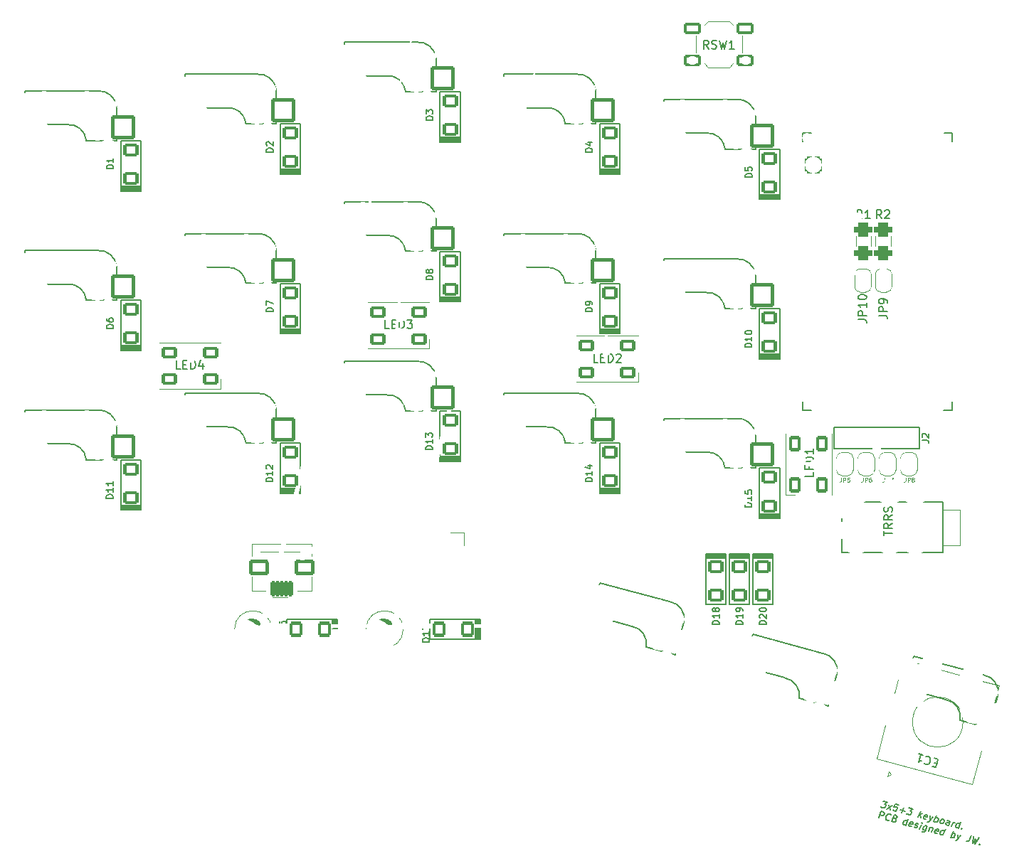
<source format=gto>
G04 #@! TF.GenerationSoftware,KiCad,Pcbnew,(6.0.6)*
G04 #@! TF.CreationDate,2022-07-27T15:36:24+08:00*
G04 #@! TF.ProjectId,thrfv,74687266-762e-46b6-9963-61645f706362,rev?*
G04 #@! TF.SameCoordinates,Original*
G04 #@! TF.FileFunction,Legend,Top*
G04 #@! TF.FilePolarity,Positive*
%FSLAX46Y46*%
G04 Gerber Fmt 4.6, Leading zero omitted, Abs format (unit mm)*
G04 Created by KiCad (PCBNEW (6.0.6)) date 2022-07-27 15:36:24*
%MOMM*%
%LPD*%
G01*
G04 APERTURE LIST*
G04 Aperture macros list*
%AMRoundRect*
0 Rectangle with rounded corners*
0 $1 Rounding radius*
0 $2 $3 $4 $5 $6 $7 $8 $9 X,Y pos of 4 corners*
0 Add a 4 corners polygon primitive as box body*
4,1,4,$2,$3,$4,$5,$6,$7,$8,$9,$2,$3,0*
0 Add four circle primitives for the rounded corners*
1,1,$1+$1,$2,$3*
1,1,$1+$1,$4,$5*
1,1,$1+$1,$6,$7*
1,1,$1+$1,$8,$9*
0 Add four rect primitives between the rounded corners*
20,1,$1+$1,$2,$3,$4,$5,0*
20,1,$1+$1,$4,$5,$6,$7,0*
20,1,$1+$1,$6,$7,$8,$9,0*
20,1,$1+$1,$8,$9,$2,$3,0*%
%AMHorizOval*
0 Thick line with rounded ends*
0 $1 width*
0 $2 $3 position (X,Y) of the first rounded end (center of the circle)*
0 $4 $5 position (X,Y) of the second rounded end (center of the circle)*
0 Add line between two ends*
20,1,$1,$2,$3,$4,$5,0*
0 Add two circle primitives to create the rounded ends*
1,1,$1,$2,$3*
1,1,$1,$4,$5*%
%AMFreePoly0*
4,1,37,1.246537,1.440756,1.265589,1.436966,1.337677,1.407108,1.353828,1.396317,1.409017,1.341128,1.419808,1.324977,1.449666,1.252889,1.453456,1.233837,1.457300,1.194816,1.457300,-0.746760,1.437494,-0.833537,1.398721,-0.888181,0.900881,-1.386021,0.825516,-1.433377,0.759460,-1.444600,-1.207516,-1.444600,-1.246537,-1.440756,-1.265589,-1.436966,-1.337677,-1.407108,-1.353828,-1.396317,
-1.409017,-1.341128,-1.419808,-1.324977,-1.449666,-1.252889,-1.453456,-1.233837,-1.457300,-1.194816,-1.457300,1.194816,-1.453456,1.233837,-1.449666,1.252889,-1.419808,1.324977,-1.409017,1.341128,-1.353828,1.396317,-1.337677,1.407108,-1.265589,1.436966,-1.246537,1.440756,-1.207516,1.444600,1.207516,1.444600,1.246537,1.440756,1.246537,1.440756,$1*%
%AMFreePoly1*
4,1,131,0.421069,1.171878,0.490658,1.116382,0.529278,1.036188,0.533608,0.975155,0.521036,0.823547,0.531896,0.685580,0.581448,0.562002,0.673469,0.438709,0.807335,0.323752,0.979071,0.225967,1.188716,0.151226,1.247913,0.137085,1.349567,0.118697,1.439701,0.107620,1.472501,0.105958,1.493809,0.103729,1.606515,0.085795,1.639308,0.077688,1.779572,0.030129,1.799065,0.022358,
1.946206,-0.045458,1.964157,-0.054863,2.097494,-0.133570,2.119688,-0.148771,2.207801,-0.218271,2.237205,-0.246811,2.360899,-0.394353,2.390006,-0.440741,2.456807,-0.589123,2.474148,-0.660490,2.481906,-0.804801,2.479243,-0.849768,2.477732,-0.858466,2.473551,-0.877170,2.456196,-0.940403,2.433952,-0.980807,2.436320,-0.980568,2.485515,-0.979320,2.490587,-0.979256,2.652949,-0.979256,
2.739726,-0.999062,2.809315,-1.054558,2.847935,-1.134752,2.847935,-1.223760,2.809315,-1.303954,2.786478,-1.328152,2.648041,-1.452301,2.634066,-1.463738,2.463314,-1.591061,2.440681,-1.605675,2.233169,-1.720637,2.211816,-1.730864,1.992805,-1.820241,1.974853,-1.826588,1.889550,-1.852250,1.866815,-1.857664,1.727626,-1.882317,1.708200,-1.884784,1.531851,-1.898452,1.519174,-1.899031,
1.327751,-1.901690,1.315901,-1.901503,1.131491,-1.893130,1.115739,-1.891789,0.960429,-1.872362,0.941121,-1.868979,0.887084,-1.856754,0.859725,-1.848470,0.653373,-1.769490,0.626856,-1.757044,0.412620,-1.636608,0.393398,-1.624308,0.184793,-1.473390,0.168268,-1.460043,-0.021193,-1.289616,-0.037865,-1.272725,-0.194668,-1.093765,-0.213708,-1.068175,-0.324341,-0.891655,-0.335514,-0.871287,
-0.339963,-0.861925,-0.347186,-0.844692,-0.452771,-0.555591,0.483864,-0.555591,0.493332,-0.634615,0.539236,-0.742045,0.633763,-0.871846,0.782146,-0.998510,0.962847,-1.097785,1.172301,-1.170713,1.396206,-1.212930,1.619730,-1.221965,1.827705,-1.197186,2.010275,-1.138936,2.065066,-1.108995,2.044165,-1.104825,2.028852,-1.101137,1.931837,-1.073690,1.913378,-1.067483,1.694381,-0.981754,
1.664059,-0.966817,1.450585,-0.838177,1.430426,-0.824279,1.268219,-0.697128,1.089939,-0.566998,0.921579,-0.481217,0.767718,-0.435388,0.638486,-0.427725,0.587914,-0.437762,0.523148,-0.472551,0.495941,-0.507019,0.483864,-0.555591,-0.452771,-0.555591,-0.458816,-0.539038,-0.467742,-0.506121,-0.524981,-0.190551,-0.528183,-0.156709,-0.531109,0.159181,-0.528375,0.194041,-0.477068,0.500656,
-0.467595,0.536474,-0.362131,0.824219,-0.352731,0.845832,-0.324807,0.900910,-0.322918,0.904542,-0.226332,1.085755,-0.168038,1.153018,-0.086332,1.188326,-0.049837,1.191684,0.334292,1.191684,0.421069,1.171878,0.421069,1.171878,$1*%
%AMFreePoly2*
4,1,133,-1.339450,1.930975,-1.088207,1.908101,-1.063056,1.904185,-0.833045,1.853197,-0.814384,1.848102,-0.774660,1.835162,-0.754079,1.827176,-0.467740,1.697465,-0.436097,1.679497,-0.184700,1.504709,-0.157658,1.482129,0.055859,1.269244,0.077895,1.243155,0.250591,0.999154,0.267587,0.970285,0.396524,0.702151,0.408455,0.670875,0.490693,0.385586,0.497312,0.352124,0.529913,0.056663,
0.530673,0.021380,0.510696,-0.277272,0.504892,-0.313530,0.429398,-0.608393,0.419758,-0.636912,0.347292,-0.807686,0.340236,-0.822577,0.274686,-0.947350,0.260046,-0.971046,0.204023,-1.049006,0.156081,-1.096295,0.096039,-1.138204,0.023451,-1.169768,-0.054156,-1.186389,-0.089564,-1.190719,-0.162135,-1.193070,-0.168611,-1.193175,-0.328365,-1.193175,-0.415142,-1.173369,-0.484731,-1.117873,
-0.523351,-1.037679,-0.528362,-0.992097,-0.527253,-0.786231,-0.530401,-0.679300,-0.540156,-0.627600,-0.562149,-0.579122,-0.575328,-0.557631,-0.713887,-0.390712,-0.885363,-0.260653,-1.092102,-0.164248,-1.338729,-0.104410,-1.338914,-0.104381,-1.593567,-0.059680,-1.613365,-0.055158,-1.817513,0.002520,-1.847380,0.013594,-2.012135,0.090111,-2.047029,0.110860,-2.183503,0.212074,-2.212626,0.238483,
-2.331932,0.370256,-2.346460,0.388302,-2.405819,0.471469,-2.428577,0.513010,-2.464788,0.603018,-2.477703,0.652912,-2.491420,0.762893,-2.491804,0.809097,-2.481008,0.909172,-2.466525,0.965248,-2.460940,0.978530,-2.501413,0.977798,-2.505028,0.977765,-2.677210,0.977765,-2.763987,0.997571,-2.833576,1.053067,-2.872196,1.133261,-2.872196,1.138241,-2.071712,1.138241,-1.952028,1.105607,
-1.930771,1.098509,-1.791493,1.043152,-1.776047,1.036243,-1.628459,0.962580,-1.614371,0.954826,-1.469147,0.867109,-1.453819,0.856857,-1.321629,0.759337,-1.314946,0.754109,-1.314943,0.754113,-1.147601,0.622968,-1.019353,0.540187,-0.913882,0.492360,-0.807647,0.465899,-0.758852,0.460054,-0.620914,0.460536,-0.556051,0.479195,-0.525998,0.504538,-0.498274,0.558416,-0.486517,0.599024,
-0.486242,0.611760,-0.498966,0.657704,-0.506538,0.678107,-0.594278,0.837986,-0.720367,0.970005,-0.893609,1.083425,-1.116045,1.173774,-1.294573,1.218571,-1.431807,1.242648,-1.531813,1.251842,-1.626633,1.248899,-1.737544,1.235396,-1.912032,1.199514,-2.046050,1.152937,-2.071712,1.138241,-2.872196,1.138241,-2.872196,1.222269,-2.833576,1.302463,-2.823247,1.314415,-2.748061,1.394766,
-2.732779,1.409454,-2.561752,1.557220,-2.535002,1.576712,-2.319171,1.708114,-2.294734,1.720775,-2.050919,1.826502,-2.030745,1.833988,-1.883550,1.879766,-1.857181,1.886043,-1.638182,1.922709,-1.610280,1.925389,-1.362707,1.931733,-1.339450,1.930975,-1.339450,1.930975,$1*%
%AMFreePoly3*
4,1,41,0.586777,0.930194,0.656366,0.874698,0.694986,0.794504,0.700000,0.750000,0.700000,-0.750000,0.680194,-0.836777,0.624698,-0.906366,0.544504,-0.944986,0.500000,-0.950000,0.000000,-0.950000,-0.023504,-0.944635,-0.083606,-0.943534,-0.139582,-0.934468,-0.274897,-0.892193,-0.326080,-0.867780,-0.444090,-0.789225,-0.486362,-0.751429,-0.577582,-0.642910,-0.607548,-0.594768,-0.664643,-0.465009,
-0.679893,-0.410393,-0.697476,-0.275933,-0.697084,-0.275882,-0.700000,-0.250000,-0.700000,0.250000,-0.697921,0.259109,-0.697582,0.286880,-0.675771,0.426957,-0.659192,0.481183,-0.598944,0.609508,-0.567811,0.656904,-0.473967,0.763162,-0.430783,0.799915,-0.310888,0.875563,-0.259125,0.898717,-0.122818,0.937674,-0.066635,0.945370,-0.042411,0.945222,0.000000,0.950000,0.500000,0.950000,
0.586777,0.930194,0.586777,0.930194,$1*%
%AMFreePoly4*
4,1,41,0.022678,0.944824,0.075125,0.944504,0.131210,0.936123,0.267031,0.895504,0.318507,0.871718,0.437469,0.794611,0.480202,0.757333,0.572740,0.649936,0.603290,0.602165,0.661967,0.473113,0.677883,0.418686,0.697980,0.278353,0.700000,0.250000,0.700000,-0.250000,0.699985,-0.252439,0.699836,-0.264655,0.697079,-0.295398,0.673559,-0.435199,0.656318,-0.489221,0.594506,-0.616800,
0.562797,-0.663810,0.467662,-0.768914,0.424032,-0.805137,0.303222,-0.879314,0.251181,-0.901834,0.114408,-0.939123,0.058135,-0.946132,0.037663,-0.945757,0.000000,-0.950000,-0.500000,-0.950000,-0.586777,-0.930194,-0.656366,-0.874698,-0.694986,-0.794504,-0.700000,-0.750000,-0.700000,0.750000,-0.680194,0.836777,-0.624698,0.906366,-0.544504,0.944986,-0.500000,0.950000,0.000000,0.950000,
0.022678,0.944824,0.022678,0.944824,$1*%
%AMFreePoly5*
4,1,22,0.106406,0.569345,0.141421,0.541421,0.741421,-0.058579,0.788777,-0.133944,0.800000,-0.200000,0.800000,-0.400000,0.780194,-0.486777,0.724698,-0.556366,0.644504,-0.594986,0.600000,-0.600000,-0.600000,-0.600000,-0.686777,-0.580194,-0.756366,-0.524698,-0.794986,-0.444504,-0.800000,-0.400000,-0.800000,-0.200000,-0.780194,-0.113223,-0.741421,-0.058579,-0.141421,0.541421,-0.066056,0.588777,
0.022393,0.598742,0.106406,0.569345,0.106406,0.569345,$1*%
%AMFreePoly6*
4,1,26,0.686777,0.430194,0.756366,0.374698,0.794986,0.294504,0.800000,0.250000,0.800000,-1.000000,0.780194,-1.086777,0.724698,-1.156366,0.644504,-1.194986,0.555496,-1.194986,0.475302,-1.156366,0.458579,-1.141421,0.000000,-0.682842,-0.458579,-1.141421,-0.533944,-1.188777,-0.622393,-1.198742,-0.706406,-1.169345,-0.769345,-1.106406,-0.798742,-1.022393,-0.800000,-1.000000,-0.800000,0.250000,
-0.780194,0.336777,-0.724698,0.406366,-0.644504,0.444986,-0.600000,0.450000,0.600000,0.450000,0.686777,0.430194,0.686777,0.430194,$1*%
G04 Aperture macros list end*
%ADD10C,0.150000*%
%ADD11C,0.100000*%
%ADD12C,0.200000*%
%ADD13C,0.120000*%
%ADD14C,1.397000*%
%ADD15C,1.200000*%
%ADD16O,2.500000X1.700000*%
%ADD17C,2.100000*%
%ADD18C,3.400000*%
%ADD19C,4.400000*%
%ADD20FreePoly0,0.000000*%
%ADD21RoundRect,0.200000X-1.244597X-1.244597X1.244597X-1.244597X1.244597X1.244597X-1.244597X1.244597X0*%
%ADD22C,3.100000*%
%ADD23RoundRect,0.200000X0.700000X-0.600000X0.700000X0.600000X-0.700000X0.600000X-0.700000X-0.600000X0*%
%ADD24HorizOval,1.900000X0.168232X0.627852X-0.168232X-0.627852X0*%
%ADD25C,2.400000*%
%ADD26FreePoly0,345.000000*%
%ADD27RoundRect,0.200000X-1.524314X-0.880063X0.880063X-1.524314X1.524314X0.880063X-0.880063X1.524314X0*%
%ADD28RoundRect,0.450000X-0.625000X0.375000X-0.625000X-0.375000X0.625000X-0.375000X0.625000X0.375000X0*%
%ADD29C,3.600000*%
%ADD30RoundRect,0.200000X-0.700000X0.600000X-0.700000X-0.600000X0.700000X-0.600000X0.700000X0.600000X0*%
%ADD31FreePoly1,0.000000*%
%ADD32FreePoly2,0.000000*%
%ADD33RoundRect,0.200000X-0.500000X0.750000X-0.500000X-0.750000X0.500000X-0.750000X0.500000X0.750000X0*%
%ADD34C,4.800000*%
%ADD35C,1.797000*%
%ADD36RoundRect,0.200000X0.150000X0.750000X-0.150000X0.750000X-0.150000X-0.750000X0.150000X-0.750000X0*%
%ADD37RoundRect,0.200000X1.000000X0.750000X-1.000000X0.750000X-1.000000X-0.750000X1.000000X-0.750000X0*%
%ADD38RoundRect,0.200000X0.600000X0.700000X-0.600000X0.700000X-0.600000X-0.700000X0.600000X-0.700000X0*%
%ADD39FreePoly3,270.000000*%
%ADD40FreePoly4,270.000000*%
%ADD41O,5.900000X2.400000*%
%ADD42RoundRect,0.200000X-0.750000X-0.500000X0.750000X-0.500000X0.750000X0.500000X-0.750000X0.500000X0*%
%ADD43FreePoly3,90.000000*%
%ADD44FreePoly4,90.000000*%
%ADD45C,1.600000*%
%ADD46O,2.900000X2.100000*%
%ADD47RoundRect,0.200000X-0.850000X-0.500000X0.850000X-0.500000X0.850000X0.500000X-0.850000X0.500000X0*%
%ADD48C,2.000000*%
%ADD49FreePoly5,90.000000*%
%ADD50FreePoly5,270.000000*%
%ADD51RoundRect,0.200000X-0.800000X0.800000X-0.800000X-0.800000X0.800000X-0.800000X0.800000X0.800000X0*%
%ADD52FreePoly6,270.000000*%
%ADD53FreePoly6,90.000000*%
%ADD54C,1.100000*%
G04 APERTURE END LIST*
D10*
X205448815Y-150512618D02*
X205927179Y-150640795D01*
X205553923Y-150856294D01*
X205664315Y-150885873D01*
X205723450Y-150941157D01*
X205745787Y-150986582D01*
X205753666Y-151067571D01*
X205681369Y-151245395D01*
X205615653Y-151306664D01*
X205564396Y-151332369D01*
X205476342Y-151348214D01*
X205255559Y-151289056D01*
X205196424Y-151233771D01*
X205174086Y-151188347D01*
X205881111Y-151456672D02*
X206488312Y-151067223D01*
X206083543Y-150958766D02*
X206285880Y-151565129D01*
X207251877Y-150995746D02*
X206883905Y-150897149D01*
X206702514Y-151242936D01*
X206753770Y-151217231D01*
X206841824Y-151201386D01*
X207025810Y-151250685D01*
X207084945Y-151305969D01*
X207107283Y-151351393D01*
X207115161Y-151432383D01*
X207042864Y-151610206D01*
X206977148Y-151671476D01*
X206925891Y-151697181D01*
X206837838Y-151713026D01*
X206653852Y-151663727D01*
X206594717Y-151608443D01*
X206572379Y-151563018D01*
X207431876Y-151556685D02*
X208020631Y-151714442D01*
X207610578Y-151920081D02*
X207841929Y-151351046D01*
X208502981Y-151330979D02*
X208981344Y-151459156D01*
X208608089Y-151674655D01*
X208718480Y-151704234D01*
X208777615Y-151759519D01*
X208799953Y-151804943D01*
X208807831Y-151885932D01*
X208735534Y-152063756D01*
X208669818Y-152125025D01*
X208618561Y-152150730D01*
X208530508Y-152166575D01*
X208309725Y-152107417D01*
X208250590Y-152052133D01*
X208228252Y-152006708D01*
X209597626Y-152452509D02*
X209901274Y-151705650D01*
X209786895Y-152187711D02*
X209892003Y-152531387D01*
X210094435Y-152033481D02*
X209684382Y-152239121D01*
X210532014Y-152663438D02*
X210443961Y-152679284D01*
X210296772Y-152639845D01*
X210237637Y-152584560D01*
X210229759Y-152503571D01*
X210345434Y-152219053D01*
X210411150Y-152157784D01*
X210499204Y-152141939D01*
X210646393Y-152181378D01*
X210705528Y-152236662D01*
X210713406Y-152317651D01*
X210684487Y-152388781D01*
X210287596Y-152361312D01*
X211014364Y-152279976D02*
X210995918Y-152827180D01*
X211382336Y-152378573D02*
X210995918Y-152827180D01*
X210850027Y-152985284D01*
X210798770Y-153010989D01*
X210710717Y-153026834D01*
X211474282Y-152955357D02*
X211777929Y-152208499D01*
X211662254Y-152493016D02*
X211750308Y-152477171D01*
X211897497Y-152516610D01*
X211956631Y-152571894D01*
X211978969Y-152617319D01*
X211986848Y-152698308D01*
X211900091Y-152911696D01*
X211834375Y-152972966D01*
X211783118Y-152998671D01*
X211695065Y-153014516D01*
X211547876Y-152975077D01*
X211488741Y-152919793D01*
X212283819Y-153172272D02*
X212224684Y-153116988D01*
X212202347Y-153071564D01*
X212194468Y-152990574D01*
X212281225Y-152777186D01*
X212346941Y-152715917D01*
X212398198Y-152690212D01*
X212486251Y-152674366D01*
X212596643Y-152703946D01*
X212655778Y-152759230D01*
X212678115Y-152804655D01*
X212685994Y-152885644D01*
X212599237Y-153099032D01*
X212533521Y-153160302D01*
X212482265Y-153186006D01*
X212394211Y-153201852D01*
X212283819Y-153172272D01*
X213203749Y-153418767D02*
X213362802Y-153027555D01*
X213354924Y-152946566D01*
X213295789Y-152891281D01*
X213148600Y-152851842D01*
X213060547Y-152867688D01*
X213218208Y-153383202D02*
X213130154Y-153399047D01*
X212946169Y-153349748D01*
X212887034Y-153294464D01*
X212879155Y-153213475D01*
X212908074Y-153142345D01*
X212973790Y-153081076D01*
X213061844Y-153065231D01*
X213245830Y-153114529D01*
X213333884Y-153098684D01*
X213571721Y-153517364D02*
X213774152Y-153019459D01*
X213716315Y-153161717D02*
X213782031Y-153100448D01*
X213833287Y-153074743D01*
X213921341Y-153058898D01*
X213994935Y-153078617D01*
X214381258Y-153734279D02*
X214684906Y-152987421D01*
X214395718Y-153698715D02*
X214307664Y-153714560D01*
X214160475Y-153675121D01*
X214101340Y-153619836D01*
X214079003Y-153574412D01*
X214071124Y-153493423D01*
X214157881Y-153280035D01*
X214223597Y-153218765D01*
X214274853Y-153193060D01*
X214362907Y-153177215D01*
X214510096Y-153216654D01*
X214569231Y-153271938D01*
X214778149Y-153761748D02*
X214800487Y-153807172D01*
X214749230Y-153832877D01*
X214726892Y-153787453D01*
X214778149Y-153761748D01*
X214749230Y-153832877D01*
X204885403Y-152523308D02*
X205189051Y-151776449D01*
X205483428Y-151855327D01*
X205542563Y-151910612D01*
X205564901Y-151956036D01*
X205572779Y-152037025D01*
X205529401Y-152143719D01*
X205463685Y-152204989D01*
X205412428Y-152230694D01*
X205324375Y-152246539D01*
X205029997Y-152167661D01*
X206128629Y-152777551D02*
X206077372Y-152803256D01*
X205952521Y-152809241D01*
X205878927Y-152789522D01*
X205782995Y-152724378D01*
X205738319Y-152633529D01*
X205730441Y-152552540D01*
X205751481Y-152400421D01*
X205794859Y-152293727D01*
X205889494Y-152161328D01*
X205955210Y-152100058D01*
X206057724Y-152048648D01*
X206182574Y-152042663D01*
X206256169Y-152062383D01*
X206352101Y-152127527D01*
X206374439Y-152172951D01*
X206847518Y-152615225D02*
X206943450Y-152680369D01*
X206965788Y-152725794D01*
X206973666Y-152806783D01*
X206930288Y-152913477D01*
X206864572Y-152974746D01*
X206813315Y-153000451D01*
X206725262Y-153016297D01*
X206430884Y-152937418D01*
X206734532Y-152190560D01*
X206992112Y-152259578D01*
X207051247Y-152314862D01*
X207073585Y-152360287D01*
X207081463Y-152441276D01*
X207052544Y-152512405D01*
X206986828Y-152573675D01*
X206935572Y-152599380D01*
X206847518Y-152615225D01*
X206589938Y-152546207D01*
X208123554Y-153390968D02*
X208427202Y-152644109D01*
X208138014Y-153355403D02*
X208049960Y-153371248D01*
X207902771Y-153331809D01*
X207843636Y-153276525D01*
X207821299Y-153231101D01*
X207813420Y-153150111D01*
X207900177Y-152936723D01*
X207965893Y-152875453D01*
X208017149Y-152849749D01*
X208105203Y-152833903D01*
X208252392Y-152873343D01*
X208311527Y-152928627D01*
X208800363Y-153532879D02*
X208712309Y-153548724D01*
X208565120Y-153509285D01*
X208505985Y-153454001D01*
X208498107Y-153373012D01*
X208613782Y-153088494D01*
X208679498Y-153027224D01*
X208767552Y-153011379D01*
X208914741Y-153050818D01*
X208973876Y-153106103D01*
X208981754Y-153187092D01*
X208952835Y-153258221D01*
X208555945Y-153230753D01*
X209131537Y-153621617D02*
X209190672Y-153676901D01*
X209337861Y-153716340D01*
X209425915Y-153700495D01*
X209491631Y-153639226D01*
X209506090Y-153603661D01*
X209498212Y-153522672D01*
X209439077Y-153467387D01*
X209328685Y-153437808D01*
X209269551Y-153382524D01*
X209261672Y-153301535D01*
X209276132Y-153265970D01*
X209341848Y-153204700D01*
X209429901Y-153188855D01*
X209540293Y-153218435D01*
X209599428Y-153273719D01*
X209779427Y-153834658D02*
X209981859Y-153336752D01*
X210083075Y-153087799D02*
X210031818Y-153113504D01*
X210054156Y-153158928D01*
X210105413Y-153133223D01*
X210083075Y-153087799D01*
X210054156Y-153158928D01*
X210681005Y-153524088D02*
X210435195Y-154128687D01*
X210369479Y-154189957D01*
X210318223Y-154215662D01*
X210230169Y-154231507D01*
X210119777Y-154201928D01*
X210060642Y-154146644D01*
X210493033Y-153986429D02*
X210404979Y-154002274D01*
X210257790Y-153962835D01*
X210198655Y-153907550D01*
X210176318Y-153862126D01*
X210168439Y-153781137D01*
X210255196Y-153567749D01*
X210320912Y-153506479D01*
X210372169Y-153480774D01*
X210460222Y-153464929D01*
X210607411Y-153504368D01*
X210666546Y-153559652D01*
X211048977Y-153622685D02*
X210846545Y-154120591D01*
X211020058Y-153693815D02*
X211071315Y-153668110D01*
X211159369Y-153652265D01*
X211269760Y-153681844D01*
X211328895Y-153737128D01*
X211336773Y-153818117D01*
X211177720Y-154209329D01*
X211854528Y-154351240D02*
X211766475Y-154367085D01*
X211619286Y-154327646D01*
X211560151Y-154272362D01*
X211552273Y-154191373D01*
X211667948Y-153906855D01*
X211733664Y-153845586D01*
X211821718Y-153829740D01*
X211968906Y-153869180D01*
X212028041Y-153924464D01*
X212035920Y-154005453D01*
X212007001Y-154076582D01*
X211610110Y-154049114D01*
X212539215Y-154574141D02*
X212842863Y-153827282D01*
X212553675Y-154538576D02*
X212465621Y-154554421D01*
X212318432Y-154514982D01*
X212259297Y-154459698D01*
X212236959Y-154414273D01*
X212229081Y-154333284D01*
X212315838Y-154119896D01*
X212381554Y-154058626D01*
X212432810Y-154032921D01*
X212520864Y-154017076D01*
X212668053Y-154056515D01*
X212727188Y-154111800D01*
X213495942Y-154830495D02*
X213799590Y-154083636D01*
X213683914Y-154368154D02*
X213771968Y-154352308D01*
X213919157Y-154391748D01*
X213978292Y-154447032D01*
X214000629Y-154492456D01*
X214008508Y-154573445D01*
X213921751Y-154786834D01*
X213856035Y-154848103D01*
X213804779Y-154873808D01*
X213716725Y-154889653D01*
X213569536Y-154850214D01*
X213510401Y-154794930D01*
X214323926Y-154500205D02*
X214305480Y-155047410D01*
X214691897Y-154598803D02*
X214305480Y-155047410D01*
X214159588Y-155205514D01*
X214108332Y-155231219D01*
X214020278Y-155247064D01*
X215897028Y-154645643D02*
X215680137Y-155179114D01*
X215599962Y-155275948D01*
X215497449Y-155327358D01*
X215372598Y-155333343D01*
X215299003Y-155313624D01*
X216191406Y-154724521D02*
X216071744Y-155520679D01*
X216435824Y-155026647D01*
X216366121Y-155599557D01*
X216853755Y-154901997D01*
X216873403Y-155656605D02*
X216895741Y-155702029D01*
X216844485Y-155727734D01*
X216822147Y-155682310D01*
X216873403Y-155656605D01*
X216844485Y-155727734D01*
X170795904Y-112477428D02*
X169995904Y-112477428D01*
X169995904Y-112286952D01*
X170034000Y-112172666D01*
X170110190Y-112096476D01*
X170186380Y-112058380D01*
X170338761Y-112020285D01*
X170453047Y-112020285D01*
X170605428Y-112058380D01*
X170681619Y-112096476D01*
X170757809Y-112172666D01*
X170795904Y-112286952D01*
X170795904Y-112477428D01*
X170795904Y-111258380D02*
X170795904Y-111715523D01*
X170795904Y-111486952D02*
X169995904Y-111486952D01*
X170110190Y-111563142D01*
X170186380Y-111639333D01*
X170224476Y-111715523D01*
X170262571Y-110572666D02*
X170795904Y-110572666D01*
X169957809Y-110763142D02*
X170529238Y-110953619D01*
X170529238Y-110458380D01*
X211839421Y-146028710D02*
X211517446Y-145942437D01*
X211515028Y-145399502D02*
X211974993Y-145522749D01*
X211716174Y-146488675D01*
X211256209Y-146365428D01*
X210524453Y-145232676D02*
X210582774Y-145199004D01*
X210733088Y-145189982D01*
X210825081Y-145214631D01*
X210950746Y-145297602D01*
X211018089Y-145414244D01*
X211039437Y-145518562D01*
X211036134Y-145714872D01*
X210999160Y-145852862D01*
X210903865Y-146024523D01*
X210833219Y-146104191D01*
X210716576Y-146171535D01*
X210566262Y-146180557D01*
X210474269Y-146155907D01*
X210348605Y-146072937D01*
X210314933Y-146014616D01*
X209629173Y-144894188D02*
X210181131Y-145042085D01*
X209905152Y-144968137D02*
X209646333Y-145934063D01*
X209775300Y-145820723D01*
X209891942Y-145753379D01*
X209996260Y-145732032D01*
X205245161Y-81146614D02*
X204911828Y-80670424D01*
X204673732Y-81146614D02*
X204673732Y-80146614D01*
X205054685Y-80146614D01*
X205149923Y-80194234D01*
X205197542Y-80241853D01*
X205245161Y-80337091D01*
X205245161Y-80479948D01*
X205197542Y-80575186D01*
X205149923Y-80622805D01*
X205054685Y-80670424D01*
X204673732Y-80670424D01*
X205626113Y-80241853D02*
X205673732Y-80194234D01*
X205768970Y-80146614D01*
X206007066Y-80146614D01*
X206102304Y-80194234D01*
X206149923Y-80241853D01*
X206197542Y-80337091D01*
X206197542Y-80432329D01*
X206149923Y-80575186D01*
X205578494Y-81146614D01*
X206197542Y-81146614D01*
X170833432Y-92218870D02*
X170033432Y-92218870D01*
X170033432Y-92028394D01*
X170071528Y-91914108D01*
X170147718Y-91837917D01*
X170223908Y-91799822D01*
X170376289Y-91761727D01*
X170490575Y-91761727D01*
X170642956Y-91799822D01*
X170719147Y-91837917D01*
X170795337Y-91914108D01*
X170833432Y-92028394D01*
X170833432Y-92218870D01*
X170833432Y-91380774D02*
X170833432Y-91228394D01*
X170795337Y-91152203D01*
X170757242Y-91114108D01*
X170642956Y-91037917D01*
X170490575Y-90999822D01*
X170185813Y-90999822D01*
X170109623Y-91037917D01*
X170071528Y-91076013D01*
X170033432Y-91152203D01*
X170033432Y-91304584D01*
X170071528Y-91380774D01*
X170109623Y-91418870D01*
X170185813Y-91456965D01*
X170376289Y-91456965D01*
X170452480Y-91418870D01*
X170490575Y-91380774D01*
X170528670Y-91304584D01*
X170528670Y-91152203D01*
X170490575Y-91076013D01*
X170452480Y-91037917D01*
X170376289Y-90999822D01*
X185909080Y-129485741D02*
X185109080Y-129485741D01*
X185109080Y-129295265D01*
X185147176Y-129180979D01*
X185223366Y-129104789D01*
X185299556Y-129066693D01*
X185451937Y-129028598D01*
X185566223Y-129028598D01*
X185718604Y-129066693D01*
X185794795Y-129104789D01*
X185870985Y-129180979D01*
X185909080Y-129295265D01*
X185909080Y-129485741D01*
X185909080Y-128266693D02*
X185909080Y-128723836D01*
X185909080Y-128495265D02*
X185109080Y-128495265D01*
X185223366Y-128571455D01*
X185299556Y-128647646D01*
X185337652Y-128723836D01*
X185451937Y-127809551D02*
X185413842Y-127885741D01*
X185375747Y-127923836D01*
X185299556Y-127961932D01*
X185261461Y-127961932D01*
X185185271Y-127923836D01*
X185147176Y-127885741D01*
X185109080Y-127809551D01*
X185109080Y-127657170D01*
X185147176Y-127580979D01*
X185185271Y-127542884D01*
X185261461Y-127504789D01*
X185299556Y-127504789D01*
X185375747Y-127542884D01*
X185413842Y-127580979D01*
X185451937Y-127657170D01*
X185451937Y-127809551D01*
X185490033Y-127885741D01*
X185528128Y-127923836D01*
X185604318Y-127961932D01*
X185756699Y-127961932D01*
X185832890Y-127923836D01*
X185870985Y-127885741D01*
X185909080Y-127809551D01*
X185909080Y-127657170D01*
X185870985Y-127580979D01*
X185832890Y-127542884D01*
X185756699Y-127504789D01*
X185604318Y-127504789D01*
X185528128Y-127542884D01*
X185490033Y-127580979D01*
X185451937Y-127657170D01*
X197144780Y-111355047D02*
X197144780Y-111831238D01*
X196144780Y-111831238D01*
X196620971Y-111021714D02*
X196620971Y-110688380D01*
X197144780Y-110545523D02*
X197144780Y-111021714D01*
X196144780Y-111021714D01*
X196144780Y-110545523D01*
X197144780Y-110116952D02*
X196144780Y-110116952D01*
X196144780Y-109878857D01*
X196192400Y-109736000D01*
X196287638Y-109640761D01*
X196382876Y-109593142D01*
X196573352Y-109545523D01*
X196716209Y-109545523D01*
X196906685Y-109593142D01*
X197001923Y-109640761D01*
X197097161Y-109736000D01*
X197144780Y-109878857D01*
X197144780Y-110116952D01*
X197144780Y-108593142D02*
X197144780Y-109164571D01*
X197144780Y-108878857D02*
X196144780Y-108878857D01*
X196287638Y-108974095D01*
X196382876Y-109069333D01*
X196430495Y-109164571D01*
X132796304Y-112476828D02*
X131996304Y-112476828D01*
X131996304Y-112286352D01*
X132034400Y-112172066D01*
X132110590Y-112095876D01*
X132186780Y-112057780D01*
X132339161Y-112019685D01*
X132453447Y-112019685D01*
X132605828Y-112057780D01*
X132682019Y-112095876D01*
X132758209Y-112172066D01*
X132796304Y-112286352D01*
X132796304Y-112476828D01*
X132796304Y-111257780D02*
X132796304Y-111714923D01*
X132796304Y-111486352D02*
X131996304Y-111486352D01*
X132110590Y-111562542D01*
X132186780Y-111638733D01*
X132224876Y-111714923D01*
X132072495Y-110953019D02*
X132034400Y-110914923D01*
X131996304Y-110838733D01*
X131996304Y-110648257D01*
X132034400Y-110572066D01*
X132072495Y-110533971D01*
X132148685Y-110495876D01*
X132224876Y-110495876D01*
X132339161Y-110533971D01*
X132796304Y-110991114D01*
X132796304Y-110495876D01*
X170833432Y-73218910D02*
X170033432Y-73218910D01*
X170033432Y-73028434D01*
X170071528Y-72914148D01*
X170147718Y-72837957D01*
X170223908Y-72799862D01*
X170376289Y-72761767D01*
X170490575Y-72761767D01*
X170642956Y-72799862D01*
X170719147Y-72837957D01*
X170795337Y-72914148D01*
X170833432Y-73028434D01*
X170833432Y-73218910D01*
X170300099Y-72076053D02*
X170833432Y-72076053D01*
X169995337Y-72266529D02*
X170566766Y-72457005D01*
X170566766Y-71961767D01*
X189795602Y-96477428D02*
X188995602Y-96477428D01*
X188995602Y-96286952D01*
X189033698Y-96172666D01*
X189109888Y-96096476D01*
X189186078Y-96058380D01*
X189338459Y-96020285D01*
X189452745Y-96020285D01*
X189605126Y-96058380D01*
X189681317Y-96096476D01*
X189757507Y-96172666D01*
X189795602Y-96286952D01*
X189795602Y-96477428D01*
X189795602Y-95258380D02*
X189795602Y-95715523D01*
X189795602Y-95486952D02*
X188995602Y-95486952D01*
X189109888Y-95563142D01*
X189186078Y-95639333D01*
X189224174Y-95715523D01*
X188995602Y-94763142D02*
X188995602Y-94686952D01*
X189033698Y-94610761D01*
X189071793Y-94572666D01*
X189147983Y-94534571D01*
X189300364Y-94496476D01*
X189490840Y-94496476D01*
X189643221Y-94534571D01*
X189719412Y-94572666D01*
X189757507Y-94610761D01*
X189795602Y-94686952D01*
X189795602Y-94763142D01*
X189757507Y-94839333D01*
X189719412Y-94877428D01*
X189643221Y-94915523D01*
X189490840Y-94953619D01*
X189300364Y-94953619D01*
X189147983Y-94915523D01*
X189071793Y-94877428D01*
X189033698Y-94839333D01*
X188995602Y-94763142D01*
X151833232Y-69408710D02*
X151033232Y-69408710D01*
X151033232Y-69218234D01*
X151071328Y-69103948D01*
X151147518Y-69027757D01*
X151223708Y-68989662D01*
X151376089Y-68951567D01*
X151490375Y-68951567D01*
X151642756Y-68989662D01*
X151718947Y-69027757D01*
X151795137Y-69103948D01*
X151833232Y-69218234D01*
X151833232Y-69408710D01*
X151033232Y-68684900D02*
X151033232Y-68189662D01*
X151337994Y-68456329D01*
X151337994Y-68342043D01*
X151376089Y-68265853D01*
X151414185Y-68227757D01*
X151490375Y-68189662D01*
X151680851Y-68189662D01*
X151757042Y-68227757D01*
X151795137Y-68265853D01*
X151833232Y-68342043D01*
X151833232Y-68570614D01*
X151795137Y-68646805D01*
X151757042Y-68684900D01*
X189795602Y-115477428D02*
X188995602Y-115477428D01*
X188995602Y-115286952D01*
X189033698Y-115172666D01*
X189109888Y-115096476D01*
X189186078Y-115058380D01*
X189338459Y-115020285D01*
X189452745Y-115020285D01*
X189605126Y-115058380D01*
X189681317Y-115096476D01*
X189757507Y-115172666D01*
X189795602Y-115286952D01*
X189795602Y-115477428D01*
X189795602Y-114258380D02*
X189795602Y-114715523D01*
X189795602Y-114486952D02*
X188995602Y-114486952D01*
X189109888Y-114563142D01*
X189186078Y-114639333D01*
X189224174Y-114715523D01*
X188995602Y-113534571D02*
X188995602Y-113915523D01*
X189376555Y-113953619D01*
X189338459Y-113915523D01*
X189300364Y-113839333D01*
X189300364Y-113648857D01*
X189338459Y-113572666D01*
X189376555Y-113534571D01*
X189452745Y-113496476D01*
X189643221Y-113496476D01*
X189719412Y-113534571D01*
X189757507Y-113572666D01*
X189795602Y-113648857D01*
X189795602Y-113839333D01*
X189757507Y-113915523D01*
X189719412Y-113953619D01*
X210043257Y-107576652D02*
X210623828Y-107576652D01*
X210739942Y-107615357D01*
X210817352Y-107692766D01*
X210856057Y-107808880D01*
X210856057Y-107886290D01*
X210120666Y-107228309D02*
X210081962Y-107189604D01*
X210043257Y-107112195D01*
X210043257Y-106918671D01*
X210081962Y-106841261D01*
X210120666Y-106802557D01*
X210198076Y-106763852D01*
X210275485Y-106763852D01*
X210391600Y-106802557D01*
X210856057Y-107267014D01*
X210856057Y-106763852D01*
X202920061Y-81146614D02*
X202586728Y-80670424D01*
X202348632Y-81146614D02*
X202348632Y-80146614D01*
X202729585Y-80146614D01*
X202824823Y-80194234D01*
X202872442Y-80241853D01*
X202920061Y-80337091D01*
X202920061Y-80479948D01*
X202872442Y-80575186D01*
X202824823Y-80622805D01*
X202729585Y-80670424D01*
X202348632Y-80670424D01*
X203872442Y-81146614D02*
X203301013Y-81146614D01*
X203586728Y-81146614D02*
X203586728Y-80146614D01*
X203491489Y-80289472D01*
X203396251Y-80384710D01*
X203301013Y-80432329D01*
X189833259Y-76219826D02*
X189033259Y-76219826D01*
X189033259Y-76029350D01*
X189071355Y-75915064D01*
X189147545Y-75838873D01*
X189223735Y-75800778D01*
X189376116Y-75762683D01*
X189490402Y-75762683D01*
X189642783Y-75800778D01*
X189718974Y-75838873D01*
X189795164Y-75915064D01*
X189833259Y-76029350D01*
X189833259Y-76219826D01*
X189033259Y-75038873D02*
X189033259Y-75419826D01*
X189414212Y-75457921D01*
X189376116Y-75419826D01*
X189338021Y-75343635D01*
X189338021Y-75153159D01*
X189376116Y-75076969D01*
X189414212Y-75038873D01*
X189490402Y-75000778D01*
X189680878Y-75000778D01*
X189757069Y-75038873D01*
X189795164Y-75076969D01*
X189833259Y-75153159D01*
X189833259Y-75343635D01*
X189795164Y-75419826D01*
X189757069Y-75457921D01*
X151401504Y-131577115D02*
X150601504Y-131577115D01*
X150601504Y-131386639D01*
X150639600Y-131272353D01*
X150715790Y-131196163D01*
X150791980Y-131158067D01*
X150944361Y-131119972D01*
X151058647Y-131119972D01*
X151211028Y-131158067D01*
X151287219Y-131196163D01*
X151363409Y-131272353D01*
X151401504Y-131386639D01*
X151401504Y-131577115D01*
X151401504Y-130358067D02*
X151401504Y-130815210D01*
X151401504Y-130586639D02*
X150601504Y-130586639D01*
X150715790Y-130662829D01*
X150791980Y-130739020D01*
X150830076Y-130815210D01*
X150601504Y-130091401D02*
X150601504Y-129558067D01*
X151401504Y-129900925D01*
D11*
X208105661Y-112018024D02*
X208105661Y-112375167D01*
X208081851Y-112446595D01*
X208034232Y-112494214D01*
X207962804Y-112518024D01*
X207915185Y-112518024D01*
X208343756Y-112518024D02*
X208343756Y-112018024D01*
X208534232Y-112018024D01*
X208581851Y-112041834D01*
X208605661Y-112065643D01*
X208629470Y-112113262D01*
X208629470Y-112184691D01*
X208605661Y-112232310D01*
X208581851Y-112256119D01*
X208534232Y-112279929D01*
X208343756Y-112279929D01*
X208915185Y-112232310D02*
X208867566Y-112208500D01*
X208843756Y-112184691D01*
X208819947Y-112137072D01*
X208819947Y-112113262D01*
X208843756Y-112065643D01*
X208867566Y-112041834D01*
X208915185Y-112018024D01*
X209010423Y-112018024D01*
X209058042Y-112041834D01*
X209081851Y-112065643D01*
X209105661Y-112113262D01*
X209105661Y-112137072D01*
X209081851Y-112184691D01*
X209058042Y-112208500D01*
X209010423Y-112232310D01*
X208915185Y-112232310D01*
X208867566Y-112256119D01*
X208843756Y-112279929D01*
X208819947Y-112327548D01*
X208819947Y-112422786D01*
X208843756Y-112470405D01*
X208867566Y-112494214D01*
X208915185Y-112518024D01*
X209010423Y-112518024D01*
X209058042Y-112494214D01*
X209081851Y-112470405D01*
X209105661Y-112422786D01*
X209105661Y-112327548D01*
X209081851Y-112279929D01*
X209058042Y-112256119D01*
X209010423Y-112232310D01*
D10*
X134411403Y-131074510D02*
X133611403Y-131074510D01*
X133611403Y-130884034D01*
X133649499Y-130769748D01*
X133725689Y-130693558D01*
X133801879Y-130655462D01*
X133954260Y-130617367D01*
X134068546Y-130617367D01*
X134220927Y-130655462D01*
X134297118Y-130693558D01*
X134373308Y-130769748D01*
X134411403Y-130884034D01*
X134411403Y-131074510D01*
X134411403Y-129855462D02*
X134411403Y-130312605D01*
X134411403Y-130084034D02*
X133611403Y-130084034D01*
X133725689Y-130160224D01*
X133801879Y-130236415D01*
X133839975Y-130312605D01*
X133611403Y-129169748D02*
X133611403Y-129322129D01*
X133649499Y-129398320D01*
X133687594Y-129436415D01*
X133801879Y-129512605D01*
X133954260Y-129550701D01*
X134259022Y-129550701D01*
X134335213Y-129512605D01*
X134373308Y-129474510D01*
X134411403Y-129398320D01*
X134411403Y-129245939D01*
X134373308Y-129169748D01*
X134335213Y-129131653D01*
X134259022Y-129093558D01*
X134068546Y-129093558D01*
X133992356Y-129131653D01*
X133954260Y-129169748D01*
X133916165Y-129245939D01*
X133916165Y-129398320D01*
X133954260Y-129474510D01*
X133992356Y-129512605D01*
X134068546Y-129550701D01*
X113796104Y-114477028D02*
X112996104Y-114477028D01*
X112996104Y-114286552D01*
X113034200Y-114172266D01*
X113110390Y-114096076D01*
X113186580Y-114057980D01*
X113338961Y-114019885D01*
X113453247Y-114019885D01*
X113605628Y-114057980D01*
X113681819Y-114096076D01*
X113758009Y-114172266D01*
X113796104Y-114286552D01*
X113796104Y-114477028D01*
X113796104Y-113257980D02*
X113796104Y-113715123D01*
X113796104Y-113486552D02*
X112996104Y-113486552D01*
X113110390Y-113562742D01*
X113186580Y-113638933D01*
X113224676Y-113715123D01*
X113796104Y-112496076D02*
X113796104Y-112953219D01*
X113796104Y-112724647D02*
X112996104Y-112724647D01*
X113110390Y-112800838D01*
X113186580Y-112877028D01*
X113224676Y-112953219D01*
X121815514Y-99052380D02*
X121339323Y-99052380D01*
X121339323Y-98052380D01*
X122148847Y-98528571D02*
X122482181Y-98528571D01*
X122625038Y-99052380D02*
X122148847Y-99052380D01*
X122148847Y-98052380D01*
X122625038Y-98052380D01*
X123053609Y-99052380D02*
X123053609Y-98052380D01*
X123291704Y-98052380D01*
X123434562Y-98100000D01*
X123529800Y-98195238D01*
X123577419Y-98290476D01*
X123625038Y-98480952D01*
X123625038Y-98623809D01*
X123577419Y-98814285D01*
X123529800Y-98909523D01*
X123434562Y-99004761D01*
X123291704Y-99052380D01*
X123053609Y-99052380D01*
X124482181Y-98385714D02*
X124482181Y-99052380D01*
X124244085Y-98004761D02*
X124005990Y-98719047D01*
X124625038Y-98719047D01*
X132833832Y-92219070D02*
X132033832Y-92219070D01*
X132033832Y-92028594D01*
X132071928Y-91914308D01*
X132148118Y-91838117D01*
X132224308Y-91800022D01*
X132376689Y-91761927D01*
X132490975Y-91761927D01*
X132643356Y-91800022D01*
X132719547Y-91838117D01*
X132795737Y-91914308D01*
X132833832Y-92028594D01*
X132833832Y-92219070D01*
X132033832Y-91495260D02*
X132033832Y-90961927D01*
X132833832Y-91304784D01*
X113833632Y-94218470D02*
X113033632Y-94218470D01*
X113033632Y-94027994D01*
X113071728Y-93913708D01*
X113147918Y-93837517D01*
X113224108Y-93799422D01*
X113376489Y-93761327D01*
X113490775Y-93761327D01*
X113643156Y-93799422D01*
X113719347Y-93837517D01*
X113795537Y-93913708D01*
X113833632Y-94027994D01*
X113833632Y-94218470D01*
X113033632Y-93075613D02*
X113033632Y-93227994D01*
X113071728Y-93304184D01*
X113109823Y-93342279D01*
X113224108Y-93418470D01*
X113376489Y-93456565D01*
X113681251Y-93456565D01*
X113757442Y-93418470D01*
X113795537Y-93380374D01*
X113833632Y-93304184D01*
X113833632Y-93151803D01*
X113795537Y-93075613D01*
X113757442Y-93037517D01*
X113681251Y-92999422D01*
X113490775Y-92999422D01*
X113414585Y-93037517D01*
X113376489Y-93075613D01*
X113338394Y-93151803D01*
X113338394Y-93304184D01*
X113376489Y-93380374D01*
X113414585Y-93418470D01*
X113490775Y-93456565D01*
X188703080Y-129485741D02*
X187903080Y-129485741D01*
X187903080Y-129295265D01*
X187941176Y-129180979D01*
X188017366Y-129104789D01*
X188093556Y-129066693D01*
X188245937Y-129028598D01*
X188360223Y-129028598D01*
X188512604Y-129066693D01*
X188588795Y-129104789D01*
X188664985Y-129180979D01*
X188703080Y-129295265D01*
X188703080Y-129485741D01*
X188703080Y-128266693D02*
X188703080Y-128723836D01*
X188703080Y-128495265D02*
X187903080Y-128495265D01*
X188017366Y-128571455D01*
X188093556Y-128647646D01*
X188131652Y-128723836D01*
X188703080Y-127885741D02*
X188703080Y-127733360D01*
X188664985Y-127657170D01*
X188626890Y-127619074D01*
X188512604Y-127542884D01*
X188360223Y-127504789D01*
X188055461Y-127504789D01*
X187979271Y-127542884D01*
X187941176Y-127580979D01*
X187903080Y-127657170D01*
X187903080Y-127809551D01*
X187941176Y-127885741D01*
X187979271Y-127923836D01*
X188055461Y-127961932D01*
X188245937Y-127961932D01*
X188322128Y-127923836D01*
X188360223Y-127885741D01*
X188398318Y-127809551D01*
X188398318Y-127657170D01*
X188360223Y-127580979D01*
X188322128Y-127542884D01*
X188245937Y-127504789D01*
X132833832Y-73219470D02*
X132033832Y-73219470D01*
X132033832Y-73028994D01*
X132071928Y-72914708D01*
X132148118Y-72838517D01*
X132224308Y-72800422D01*
X132376689Y-72762327D01*
X132490975Y-72762327D01*
X132643356Y-72800422D01*
X132719547Y-72838517D01*
X132795737Y-72914708D01*
X132833832Y-73028994D01*
X132833832Y-73219470D01*
X132110023Y-72457565D02*
X132071928Y-72419470D01*
X132033832Y-72343279D01*
X132033832Y-72152803D01*
X132071928Y-72076613D01*
X132110023Y-72038517D01*
X132186213Y-72000422D01*
X132262404Y-72000422D01*
X132376689Y-72038517D01*
X132833832Y-72495660D01*
X132833832Y-72000422D01*
X151795704Y-108667028D02*
X150995704Y-108667028D01*
X150995704Y-108476552D01*
X151033800Y-108362266D01*
X151109990Y-108286076D01*
X151186180Y-108247980D01*
X151338561Y-108209885D01*
X151452847Y-108209885D01*
X151605228Y-108247980D01*
X151681419Y-108286076D01*
X151757609Y-108362266D01*
X151795704Y-108476552D01*
X151795704Y-108667028D01*
X151795704Y-107447980D02*
X151795704Y-107905123D01*
X151795704Y-107676552D02*
X150995704Y-107676552D01*
X151109990Y-107752742D01*
X151186180Y-107828933D01*
X151224276Y-107905123D01*
X150995704Y-107181314D02*
X150995704Y-106686076D01*
X151300466Y-106952742D01*
X151300466Y-106838457D01*
X151338561Y-106762266D01*
X151376657Y-106724171D01*
X151452847Y-106686076D01*
X151643323Y-106686076D01*
X151719514Y-106724171D01*
X151757609Y-106762266D01*
X151795704Y-106838457D01*
X151795704Y-107067028D01*
X151757609Y-107143219D01*
X151719514Y-107181314D01*
X113833632Y-75218070D02*
X113033632Y-75218070D01*
X113033632Y-75027594D01*
X113071728Y-74913308D01*
X113147918Y-74837117D01*
X113224108Y-74799022D01*
X113376489Y-74760927D01*
X113490775Y-74760927D01*
X113643156Y-74799022D01*
X113719347Y-74837117D01*
X113795537Y-74913308D01*
X113833632Y-75027594D01*
X113833632Y-75218070D01*
X113833632Y-73999022D02*
X113833632Y-74456165D01*
X113833632Y-74227594D02*
X113033632Y-74227594D01*
X113147918Y-74303784D01*
X113224108Y-74379974D01*
X113262204Y-74456165D01*
X171488314Y-98276861D02*
X171012123Y-98276861D01*
X171012123Y-97276861D01*
X171821647Y-97753052D02*
X172154981Y-97753052D01*
X172297838Y-98276861D02*
X171821647Y-98276861D01*
X171821647Y-97276861D01*
X172297838Y-97276861D01*
X172726409Y-98276861D02*
X172726409Y-97276861D01*
X172964504Y-97276861D01*
X173107362Y-97324481D01*
X173202600Y-97419719D01*
X173250219Y-97514957D01*
X173297838Y-97705433D01*
X173297838Y-97848290D01*
X173250219Y-98038766D01*
X173202600Y-98134004D01*
X173107362Y-98229242D01*
X172964504Y-98276861D01*
X172726409Y-98276861D01*
X173678790Y-97372100D02*
X173726409Y-97324481D01*
X173821647Y-97276861D01*
X174059742Y-97276861D01*
X174154981Y-97324481D01*
X174202600Y-97372100D01*
X174250219Y-97467338D01*
X174250219Y-97562576D01*
X174202600Y-97705433D01*
X173631171Y-98276861D01*
X174250219Y-98276861D01*
X204893795Y-92703567D02*
X205608081Y-92703567D01*
X205750938Y-92751186D01*
X205846176Y-92846424D01*
X205893795Y-92989281D01*
X205893795Y-93084519D01*
X205893795Y-92227376D02*
X204893795Y-92227376D01*
X204893795Y-91846424D01*
X204941415Y-91751186D01*
X204989034Y-91703567D01*
X205084272Y-91655948D01*
X205227129Y-91655948D01*
X205322367Y-91703567D01*
X205369986Y-91751186D01*
X205417605Y-91846424D01*
X205417605Y-92227376D01*
X205893795Y-91179757D02*
X205893795Y-90989281D01*
X205846176Y-90894043D01*
X205798557Y-90846424D01*
X205655700Y-90751186D01*
X205465224Y-90703567D01*
X205084272Y-90703567D01*
X204989034Y-90751186D01*
X204941415Y-90798805D01*
X204893795Y-90894043D01*
X204893795Y-91084519D01*
X204941415Y-91179757D01*
X204989034Y-91227376D01*
X205084272Y-91274995D01*
X205322367Y-91274995D01*
X205417605Y-91227376D01*
X205465224Y-91179757D01*
X205512843Y-91084519D01*
X205512843Y-90894043D01*
X205465224Y-90798805D01*
X205417605Y-90751186D01*
X205322367Y-90703567D01*
X205516080Y-118942538D02*
X205516080Y-118371110D01*
X206516080Y-118656824D02*
X205516080Y-118656824D01*
X206516080Y-117466348D02*
X206039890Y-117799681D01*
X206516080Y-118037776D02*
X205516080Y-118037776D01*
X205516080Y-117656824D01*
X205563700Y-117561586D01*
X205611319Y-117513967D01*
X205706557Y-117466348D01*
X205849414Y-117466348D01*
X205944652Y-117513967D01*
X205992271Y-117561586D01*
X206039890Y-117656824D01*
X206039890Y-118037776D01*
X206516080Y-116466348D02*
X206039890Y-116799681D01*
X206516080Y-117037776D02*
X205516080Y-117037776D01*
X205516080Y-116656824D01*
X205563700Y-116561586D01*
X205611319Y-116513967D01*
X205706557Y-116466348D01*
X205849414Y-116466348D01*
X205944652Y-116513967D01*
X205992271Y-116561586D01*
X206039890Y-116656824D01*
X206039890Y-117037776D01*
X206468461Y-116085395D02*
X206516080Y-115942538D01*
X206516080Y-115704443D01*
X206468461Y-115609205D01*
X206420842Y-115561586D01*
X206325604Y-115513967D01*
X206230366Y-115513967D01*
X206135128Y-115561586D01*
X206087509Y-115609205D01*
X206039890Y-115704443D01*
X205992271Y-115894919D01*
X205944652Y-115990157D01*
X205897033Y-116037776D01*
X205801795Y-116085395D01*
X205706557Y-116085395D01*
X205611319Y-116037776D01*
X205563700Y-115990157D01*
X205516080Y-115894919D01*
X205516080Y-115656824D01*
X205563700Y-115513967D01*
X205516080Y-118942538D02*
X205516080Y-118371110D01*
X206516080Y-118656824D02*
X205516080Y-118656824D01*
X206516080Y-117466348D02*
X206039890Y-117799681D01*
X206516080Y-118037776D02*
X205516080Y-118037776D01*
X205516080Y-117656824D01*
X205563700Y-117561586D01*
X205611319Y-117513967D01*
X205706557Y-117466348D01*
X205849414Y-117466348D01*
X205944652Y-117513967D01*
X205992271Y-117561586D01*
X206039890Y-117656824D01*
X206039890Y-118037776D01*
X206516080Y-116466348D02*
X206039890Y-116799681D01*
X206516080Y-117037776D02*
X205516080Y-117037776D01*
X205516080Y-116656824D01*
X205563700Y-116561586D01*
X205611319Y-116513967D01*
X205706557Y-116466348D01*
X205849414Y-116466348D01*
X205944652Y-116513967D01*
X205992271Y-116561586D01*
X206039890Y-116656824D01*
X206039890Y-117037776D01*
X206468461Y-116085395D02*
X206516080Y-115942538D01*
X206516080Y-115704443D01*
X206468461Y-115609205D01*
X206420842Y-115561586D01*
X206325604Y-115513967D01*
X206230366Y-115513967D01*
X206135128Y-115561586D01*
X206087509Y-115609205D01*
X206039890Y-115704443D01*
X205992271Y-115894919D01*
X205944652Y-115990157D01*
X205897033Y-116037776D01*
X205801795Y-116085395D01*
X205706557Y-116085395D01*
X205611319Y-116037776D01*
X205563700Y-115990157D01*
X205516080Y-115894919D01*
X205516080Y-115656824D01*
X205563700Y-115513967D01*
X191497080Y-129485741D02*
X190697080Y-129485741D01*
X190697080Y-129295265D01*
X190735176Y-129180979D01*
X190811366Y-129104789D01*
X190887556Y-129066693D01*
X191039937Y-129028598D01*
X191154223Y-129028598D01*
X191306604Y-129066693D01*
X191382795Y-129104789D01*
X191458985Y-129180979D01*
X191497080Y-129295265D01*
X191497080Y-129485741D01*
X190773271Y-128723836D02*
X190735176Y-128685741D01*
X190697080Y-128609551D01*
X190697080Y-128419074D01*
X190735176Y-128342884D01*
X190773271Y-128304789D01*
X190849461Y-128266693D01*
X190925652Y-128266693D01*
X191039937Y-128304789D01*
X191497080Y-128761932D01*
X191497080Y-128266693D01*
X190697080Y-127771455D02*
X190697080Y-127695265D01*
X190735176Y-127619074D01*
X190773271Y-127580979D01*
X190849461Y-127542884D01*
X191001842Y-127504789D01*
X191192318Y-127504789D01*
X191344699Y-127542884D01*
X191420890Y-127580979D01*
X191458985Y-127619074D01*
X191497080Y-127695265D01*
X191497080Y-127771455D01*
X191458985Y-127847646D01*
X191420890Y-127885741D01*
X191344699Y-127923836D01*
X191192318Y-127961932D01*
X191001842Y-127961932D01*
X190849461Y-127923836D01*
X190773271Y-127885741D01*
X190735176Y-127847646D01*
X190697080Y-127771455D01*
D11*
X200434861Y-112018024D02*
X200434861Y-112375167D01*
X200411051Y-112446595D01*
X200363432Y-112494214D01*
X200292004Y-112518024D01*
X200244385Y-112518024D01*
X200672956Y-112518024D02*
X200672956Y-112018024D01*
X200863432Y-112018024D01*
X200911051Y-112041834D01*
X200934861Y-112065643D01*
X200958670Y-112113262D01*
X200958670Y-112184691D01*
X200934861Y-112232310D01*
X200911051Y-112256119D01*
X200863432Y-112279929D01*
X200672956Y-112279929D01*
X201411051Y-112018024D02*
X201172956Y-112018024D01*
X201149147Y-112256119D01*
X201172956Y-112232310D01*
X201220575Y-112208500D01*
X201339623Y-112208500D01*
X201387242Y-112232310D01*
X201411051Y-112256119D01*
X201434861Y-112303738D01*
X201434861Y-112422786D01*
X201411051Y-112470405D01*
X201387242Y-112494214D01*
X201339623Y-112518024D01*
X201220575Y-112518024D01*
X201172956Y-112494214D01*
X201149147Y-112470405D01*
D10*
X151833232Y-88408670D02*
X151033232Y-88408670D01*
X151033232Y-88218194D01*
X151071328Y-88103908D01*
X151147518Y-88027717D01*
X151223708Y-87989622D01*
X151376089Y-87951527D01*
X151490375Y-87951527D01*
X151642756Y-87989622D01*
X151718947Y-88027717D01*
X151795137Y-88103908D01*
X151833232Y-88218194D01*
X151833232Y-88408670D01*
X151376089Y-87494384D02*
X151337994Y-87570574D01*
X151299899Y-87608670D01*
X151223708Y-87646765D01*
X151185613Y-87646765D01*
X151109423Y-87608670D01*
X151071328Y-87570574D01*
X151033232Y-87494384D01*
X151033232Y-87342003D01*
X151071328Y-87265813D01*
X151109423Y-87227717D01*
X151185613Y-87189622D01*
X151223708Y-87189622D01*
X151299899Y-87227717D01*
X151337994Y-87265813D01*
X151376089Y-87342003D01*
X151376089Y-87494384D01*
X151414185Y-87570574D01*
X151452280Y-87608670D01*
X151528470Y-87646765D01*
X151680851Y-87646765D01*
X151757042Y-87608670D01*
X151795137Y-87570574D01*
X151833232Y-87494384D01*
X151833232Y-87342003D01*
X151795137Y-87265813D01*
X151757042Y-87227717D01*
X151680851Y-87189622D01*
X151528470Y-87189622D01*
X151452280Y-87227717D01*
X151414185Y-87265813D01*
X151376089Y-87342003D01*
X184661476Y-60940485D02*
X184328142Y-60464295D01*
X184090047Y-60940485D02*
X184090047Y-59940485D01*
X184471000Y-59940485D01*
X184566238Y-59988105D01*
X184613857Y-60035724D01*
X184661476Y-60130962D01*
X184661476Y-60273819D01*
X184613857Y-60369057D01*
X184566238Y-60416676D01*
X184471000Y-60464295D01*
X184090047Y-60464295D01*
X185042428Y-60892866D02*
X185185285Y-60940485D01*
X185423381Y-60940485D01*
X185518619Y-60892866D01*
X185566238Y-60845247D01*
X185613857Y-60750009D01*
X185613857Y-60654771D01*
X185566238Y-60559533D01*
X185518619Y-60511914D01*
X185423381Y-60464295D01*
X185232904Y-60416676D01*
X185137666Y-60369057D01*
X185090047Y-60321438D01*
X185042428Y-60226200D01*
X185042428Y-60130962D01*
X185090047Y-60035724D01*
X185137666Y-59988105D01*
X185232904Y-59940485D01*
X185471000Y-59940485D01*
X185613857Y-59988105D01*
X185947190Y-59940485D02*
X186185285Y-60940485D01*
X186375762Y-60226200D01*
X186566238Y-60940485D01*
X186804333Y-59940485D01*
X187709095Y-60940485D02*
X187137666Y-60940485D01*
X187423381Y-60940485D02*
X187423381Y-59940485D01*
X187328142Y-60083343D01*
X187232904Y-60178581D01*
X187137666Y-60226200D01*
X146651914Y-94251780D02*
X146175723Y-94251780D01*
X146175723Y-93251780D01*
X146985247Y-93727971D02*
X147318581Y-93727971D01*
X147461438Y-94251780D02*
X146985247Y-94251780D01*
X146985247Y-93251780D01*
X147461438Y-93251780D01*
X147890009Y-94251780D02*
X147890009Y-93251780D01*
X148128104Y-93251780D01*
X148270962Y-93299400D01*
X148366200Y-93394638D01*
X148413819Y-93489876D01*
X148461438Y-93680352D01*
X148461438Y-93823209D01*
X148413819Y-94013685D01*
X148366200Y-94108923D01*
X148270962Y-94204161D01*
X148128104Y-94251780D01*
X147890009Y-94251780D01*
X148794771Y-93251780D02*
X149413819Y-93251780D01*
X149080485Y-93632733D01*
X149223342Y-93632733D01*
X149318581Y-93680352D01*
X149366200Y-93727971D01*
X149413819Y-93823209D01*
X149413819Y-94061304D01*
X149366200Y-94156542D01*
X149318581Y-94204161D01*
X149223342Y-94251780D01*
X148937628Y-94251780D01*
X148842390Y-94204161D01*
X148794771Y-94156542D01*
D11*
X205565661Y-112018024D02*
X205565661Y-112375167D01*
X205541851Y-112446595D01*
X205494232Y-112494214D01*
X205422804Y-112518024D01*
X205375185Y-112518024D01*
X205803756Y-112518024D02*
X205803756Y-112018024D01*
X205994232Y-112018024D01*
X206041851Y-112041834D01*
X206065661Y-112065643D01*
X206089470Y-112113262D01*
X206089470Y-112184691D01*
X206065661Y-112232310D01*
X206041851Y-112256119D01*
X205994232Y-112279929D01*
X205803756Y-112279929D01*
X206256137Y-112018024D02*
X206589470Y-112018024D01*
X206375185Y-112518024D01*
D10*
X202437508Y-93179757D02*
X203151794Y-93179757D01*
X203294651Y-93227376D01*
X203389889Y-93322614D01*
X203437508Y-93465472D01*
X203437508Y-93560710D01*
X203437508Y-92703567D02*
X202437508Y-92703567D01*
X202437508Y-92322614D01*
X202485128Y-92227376D01*
X202532747Y-92179757D01*
X202627985Y-92132138D01*
X202770842Y-92132138D01*
X202866080Y-92179757D01*
X202913699Y-92227376D01*
X202961318Y-92322614D01*
X202961318Y-92703567D01*
X203437508Y-91179757D02*
X203437508Y-91751186D01*
X203437508Y-91465472D02*
X202437508Y-91465472D01*
X202580366Y-91560710D01*
X202675604Y-91655948D01*
X202723223Y-91751186D01*
X202437508Y-90560710D02*
X202437508Y-90465472D01*
X202485128Y-90370234D01*
X202532747Y-90322614D01*
X202627985Y-90274995D01*
X202818461Y-90227376D01*
X203056556Y-90227376D01*
X203247032Y-90274995D01*
X203342270Y-90322614D01*
X203389889Y-90370234D01*
X203437508Y-90465472D01*
X203437508Y-90560710D01*
X203389889Y-90655948D01*
X203342270Y-90703567D01*
X203247032Y-90751186D01*
X203056556Y-90798805D01*
X202818461Y-90798805D01*
X202627985Y-90751186D01*
X202532747Y-90703567D01*
X202485128Y-90655948D01*
X202437508Y-90560710D01*
D11*
X203025661Y-112018024D02*
X203025661Y-112375167D01*
X203001851Y-112446595D01*
X202954232Y-112494214D01*
X202882804Y-112518024D01*
X202835185Y-112518024D01*
X203263756Y-112518024D02*
X203263756Y-112018024D01*
X203454232Y-112018024D01*
X203501851Y-112041834D01*
X203525661Y-112065643D01*
X203549470Y-112113262D01*
X203549470Y-112184691D01*
X203525661Y-112232310D01*
X203501851Y-112256119D01*
X203454232Y-112279929D01*
X203263756Y-112279929D01*
X203978042Y-112018024D02*
X203882804Y-112018024D01*
X203835185Y-112041834D01*
X203811375Y-112065643D01*
X203763756Y-112137072D01*
X203739947Y-112232310D01*
X203739947Y-112422786D01*
X203763756Y-112470405D01*
X203787566Y-112494214D01*
X203835185Y-112518024D01*
X203930423Y-112518024D01*
X203978042Y-112494214D01*
X204001851Y-112470405D01*
X204025661Y-112422786D01*
X204025661Y-112303738D01*
X204001851Y-112256119D01*
X203978042Y-112232310D01*
X203930423Y-112208500D01*
X203835185Y-112208500D01*
X203787566Y-112232310D01*
X203763756Y-112256119D01*
X203739947Y-112303738D01*
D10*
X133226517Y-107871884D02*
X129616517Y-107871884D01*
X122326517Y-105917884D02*
X127376517Y-105963884D01*
X122326517Y-105871884D02*
X122326517Y-101963884D01*
X133226517Y-103917884D02*
X133226517Y-107862884D01*
X122326517Y-101963884D02*
X130951517Y-101963884D01*
X133215518Y-103847884D02*
G75*
G03*
X130951517Y-101963884I-2074000J-190000D01*
G01*
X129611518Y-107847883D02*
G75*
G03*
X127351517Y-105967884I-2070000J-190001D01*
G01*
D12*
X171709928Y-107879594D02*
X174109928Y-107879594D01*
X174109928Y-107879594D02*
X174109928Y-113879594D01*
X174109928Y-113879594D02*
X171709928Y-113879594D01*
X171709928Y-113879594D02*
X171709928Y-107879594D01*
G36*
X174109928Y-113879594D02*
G01*
X171709928Y-113879594D01*
X171709928Y-113321194D01*
X174109928Y-113321194D01*
X174109928Y-113879594D01*
G37*
X174109928Y-113879594D02*
X171709928Y-113879594D01*
X171709928Y-113321194D01*
X174109928Y-113321194D01*
X174109928Y-113879594D01*
D10*
X122326517Y-86872284D02*
X122326517Y-82964284D01*
X122326517Y-82964284D02*
X130951517Y-82964284D01*
X122326517Y-86918284D02*
X127376517Y-86964284D01*
X133226517Y-84918284D02*
X133226517Y-88863284D01*
X133226517Y-88872284D02*
X129616517Y-88872284D01*
X129611518Y-88848283D02*
G75*
G03*
X127351517Y-86968284I-2070000J-190001D01*
G01*
X133215518Y-84848284D02*
G75*
G03*
X130951517Y-82964284I-2074000J-190000D01*
G01*
D13*
X206312527Y-147373644D02*
X205945104Y-147585776D01*
X206742864Y-137653829D02*
X207804022Y-133693533D01*
X206100395Y-147006221D02*
X206312527Y-147373644D01*
X219201947Y-136747598D02*
X218140788Y-140707894D01*
X205707588Y-141517532D02*
X204646429Y-145477828D01*
X217105512Y-144571597D02*
X216044354Y-148531893D01*
X216883725Y-136126432D02*
X219201947Y-136747598D01*
X205945104Y-147585776D02*
X206100395Y-147006221D01*
X204646429Y-145477828D02*
X216044354Y-148531893D01*
X212247281Y-134884101D02*
X214758688Y-135557030D01*
X207804022Y-133693533D02*
X210122244Y-134314699D01*
X211441225Y-140983303D02*
X212407151Y-141242123D01*
X211794778Y-141595676D02*
X212053598Y-140629750D01*
X214924188Y-141112713D02*
G75*
G03*
X214924188Y-141112713I-3000000J0D01*
G01*
D10*
X208054970Y-137058013D02*
X209066434Y-133283175D01*
X209066434Y-133283175D02*
X217397545Y-135515489D01*
X208043064Y-137102446D02*
X212909084Y-138453914D01*
X219089294Y-137991722D02*
X218068252Y-141802299D01*
X218065923Y-141810992D02*
X214578931Y-140876656D01*
X214580314Y-140852179D02*
G75*
G03*
X212883900Y-138451308I-2048642J352229D01*
G01*
X219096787Y-137921260D02*
G75*
G03*
X217397545Y-135515489I-2052506J353265D01*
G01*
D13*
X204492260Y-83261202D02*
X204492260Y-84465330D01*
X206312260Y-83261202D02*
X206312260Y-84465330D01*
D12*
X171709928Y-88879194D02*
X174109928Y-88879194D01*
X174109928Y-88879194D02*
X174109928Y-94879194D01*
X174109928Y-94879194D02*
X171709928Y-94879194D01*
X171709928Y-94879194D02*
X171709928Y-88879194D01*
G36*
X174109928Y-94879194D02*
G01*
X171709928Y-94879194D01*
X171709928Y-94320794D01*
X174109928Y-94320794D01*
X174109928Y-94879194D01*
G37*
X174109928Y-94879194D02*
X171709928Y-94879194D01*
X171709928Y-94320794D01*
X174109928Y-94320794D01*
X174109928Y-94879194D01*
X186747000Y-127080634D02*
X184347000Y-127080634D01*
X184347000Y-127080634D02*
X184347000Y-121080634D01*
X184347000Y-121080634D02*
X186747000Y-121080634D01*
X186747000Y-121080634D02*
X186747000Y-127080634D01*
G36*
X186747000Y-121639034D02*
G01*
X184347000Y-121639034D01*
X184347000Y-121080634D01*
X186747000Y-121080634D01*
X186747000Y-121639034D01*
G37*
X186747000Y-121639034D02*
X184347000Y-121639034D01*
X184347000Y-121080634D01*
X186747000Y-121080634D01*
X186747000Y-121639034D01*
D11*
X132654580Y-130069400D02*
G75*
G03*
X132654580Y-130069400I-2200000J0D01*
G01*
G36*
X130459131Y-128789271D02*
G01*
X130708794Y-128841511D01*
X130733344Y-128848491D01*
X130921463Y-128920792D01*
X131088268Y-129018735D01*
X131224577Y-129134038D01*
X131321208Y-129258420D01*
X131368980Y-129383600D01*
X131372461Y-129424905D01*
X131349590Y-129527411D01*
X131282756Y-129588170D01*
X131174630Y-129606333D01*
X131027880Y-129581052D01*
X130955537Y-129557337D01*
X130880310Y-129520010D01*
X130772565Y-129454116D01*
X130648224Y-129369830D01*
X130552362Y-129299687D01*
X130411575Y-129201140D01*
X130259265Y-129107995D01*
X130108833Y-129027161D01*
X129973682Y-128965552D01*
X129867212Y-128930077D01*
X129824253Y-128924199D01*
X129792149Y-128904355D01*
X129790776Y-128896526D01*
X129818562Y-128876231D01*
X129891826Y-128848428D01*
X129995429Y-128818751D01*
X130008499Y-128815498D01*
X130231944Y-128780884D01*
X130459131Y-128789271D01*
G37*
G36*
X129912162Y-130537971D02*
G01*
X130088711Y-130615412D01*
X130257670Y-130740333D01*
X130508513Y-130935481D01*
X130746695Y-131070825D01*
X130973396Y-131147022D01*
X130994170Y-131151169D01*
X131074817Y-131172997D01*
X131094634Y-131197762D01*
X131053331Y-131226837D01*
X130972215Y-131255291D01*
X130793133Y-131291389D01*
X130586417Y-131306074D01*
X130381528Y-131298649D01*
X130224992Y-131272983D01*
X129992443Y-131193495D01*
X129794676Y-131084220D01*
X129640749Y-130951221D01*
X129549543Y-130820933D01*
X129497449Y-130692944D01*
X129493815Y-130602399D01*
X129541001Y-130545240D01*
X129641371Y-130517408D01*
X129728729Y-130513099D01*
X129912162Y-130537971D01*
G37*
D10*
X114226317Y-71871284D02*
X110616317Y-71871284D01*
X103326317Y-65963284D02*
X111951317Y-65963284D01*
X103326317Y-69917284D02*
X108376317Y-69963284D01*
X114226317Y-67917284D02*
X114226317Y-71862284D01*
X103326317Y-69871284D02*
X103326317Y-65963284D01*
X110611318Y-71847283D02*
G75*
G03*
X108351317Y-69967284I-2070000J-190001D01*
G01*
X114215318Y-67847284D02*
G75*
G03*
X111951317Y-65963284I-2074000J-190000D01*
G01*
D13*
X193793762Y-106773833D02*
X193793762Y-114073833D01*
X199293762Y-106773833D02*
X199293762Y-114073833D01*
X193793762Y-114073833D02*
X194943762Y-114073833D01*
D10*
X103326317Y-88871684D02*
X103326317Y-84963684D01*
X103326317Y-88917684D02*
X108376317Y-88963684D01*
X114226317Y-86917684D02*
X114226317Y-90862684D01*
X114226317Y-90871684D02*
X110616317Y-90871684D01*
X103326317Y-84963684D02*
X111951317Y-84963684D01*
X110611318Y-90847683D02*
G75*
G03*
X108351317Y-88967684I-2070000J-190001D01*
G01*
X114215318Y-86847684D02*
G75*
G03*
X111951317Y-84963684I-2074000J-190000D01*
G01*
D12*
X133710328Y-107878994D02*
X136110328Y-107878994D01*
X136110328Y-107878994D02*
X136110328Y-113878994D01*
X136110328Y-113878994D02*
X133710328Y-113878994D01*
X133710328Y-113878994D02*
X133710328Y-107878994D01*
G36*
X136110328Y-113878994D02*
G01*
X133710328Y-113878994D01*
X133710328Y-113320594D01*
X136110328Y-113320594D01*
X136110328Y-113878994D01*
G37*
X136110328Y-113878994D02*
X133710328Y-113878994D01*
X133710328Y-113320594D01*
X136110328Y-113320594D01*
X136110328Y-113878994D01*
X171709928Y-69879234D02*
X174109928Y-69879234D01*
X174109928Y-69879234D02*
X174109928Y-75879234D01*
X174109928Y-75879234D02*
X171709928Y-75879234D01*
X171709928Y-75879234D02*
X171709928Y-69879234D01*
G36*
X174109928Y-75879234D02*
G01*
X171709928Y-75879234D01*
X171709928Y-75320834D01*
X174109928Y-75320834D01*
X174109928Y-75879234D01*
G37*
X174109928Y-75879234D02*
X171709928Y-75879234D01*
X171709928Y-75320834D01*
X174109928Y-75320834D01*
X174109928Y-75879234D01*
X190709626Y-91879594D02*
X193109626Y-91879594D01*
X193109626Y-91879594D02*
X193109626Y-97879594D01*
X193109626Y-97879594D02*
X190709626Y-97879594D01*
X190709626Y-97879594D02*
X190709626Y-91879594D01*
G36*
X193109626Y-97879594D02*
G01*
X190709626Y-97879594D01*
X190709626Y-97321194D01*
X193109626Y-97321194D01*
X193109626Y-97879594D01*
G37*
X193109626Y-97879594D02*
X190709626Y-97879594D01*
X190709626Y-97321194D01*
X193109626Y-97321194D01*
X193109626Y-97879594D01*
X152709728Y-66069034D02*
X155109728Y-66069034D01*
X155109728Y-66069034D02*
X155109728Y-72069034D01*
X155109728Y-72069034D02*
X152709728Y-72069034D01*
X152709728Y-72069034D02*
X152709728Y-66069034D01*
G36*
X155109728Y-72069034D02*
G01*
X152709728Y-72069034D01*
X152709728Y-71510634D01*
X155109728Y-71510634D01*
X155109728Y-72069034D01*
G37*
X155109728Y-72069034D02*
X152709728Y-72069034D01*
X152709728Y-71510634D01*
X155109728Y-71510634D01*
X155109728Y-72069034D01*
X190709626Y-110879594D02*
X193109626Y-110879594D01*
X193109626Y-110879594D02*
X193109626Y-116879594D01*
X193109626Y-116879594D02*
X190709626Y-116879594D01*
X190709626Y-116879594D02*
X190709626Y-110879594D01*
G36*
X193109626Y-116879594D02*
G01*
X190709626Y-116879594D01*
X190709626Y-116321194D01*
X193109626Y-116321194D01*
X193109626Y-116879594D01*
G37*
X193109626Y-116879594D02*
X190709626Y-116879594D01*
X190709626Y-116321194D01*
X193109626Y-116321194D01*
X193109626Y-116879594D01*
D10*
X209770639Y-105994021D02*
X209770639Y-108534021D01*
X199610639Y-108534021D02*
X209770639Y-108534021D01*
X199610639Y-108534021D02*
X199610639Y-105994021D01*
X199610639Y-105994021D02*
X209770639Y-105994021D01*
X198914323Y-139220194D02*
X195427331Y-138285858D01*
X199937694Y-135400924D02*
X198916652Y-139211501D01*
X189914834Y-130692377D02*
X198245945Y-132924691D01*
X188891464Y-134511648D02*
X193757484Y-135863116D01*
X188903370Y-134467215D02*
X189914834Y-130692377D01*
X199945187Y-135330462D02*
G75*
G03*
X198245945Y-132924691I-2052506J353265D01*
G01*
X195428714Y-138261381D02*
G75*
G03*
X193732300Y-135860510I-2048642J352229D01*
G01*
D13*
X203987160Y-83261202D02*
X203987160Y-84465330D01*
X202167160Y-83261202D02*
X202167160Y-84465330D01*
D11*
X148312954Y-130069400D02*
G75*
G03*
X148312954Y-130069400I-2200000J0D01*
G01*
G36*
X146117505Y-128789271D02*
G01*
X146367168Y-128841511D01*
X146391718Y-128848491D01*
X146579837Y-128920792D01*
X146746642Y-129018735D01*
X146882951Y-129134038D01*
X146979582Y-129258420D01*
X147027354Y-129383600D01*
X147030835Y-129424905D01*
X147007964Y-129527411D01*
X146941130Y-129588170D01*
X146833004Y-129606333D01*
X146686254Y-129581052D01*
X146613911Y-129557337D01*
X146538684Y-129520010D01*
X146430939Y-129454116D01*
X146306598Y-129369830D01*
X146210736Y-129299687D01*
X146069949Y-129201140D01*
X145917639Y-129107995D01*
X145767207Y-129027161D01*
X145632056Y-128965552D01*
X145525586Y-128930077D01*
X145482627Y-128924199D01*
X145450523Y-128904355D01*
X145449150Y-128896526D01*
X145476936Y-128876231D01*
X145550200Y-128848428D01*
X145653803Y-128818751D01*
X145666873Y-128815498D01*
X145890318Y-128780884D01*
X146117505Y-128789271D01*
G37*
G36*
X145570536Y-130537971D02*
G01*
X145747085Y-130615412D01*
X145916044Y-130740333D01*
X146166887Y-130935481D01*
X146405069Y-131070825D01*
X146631770Y-131147022D01*
X146652544Y-131151169D01*
X146733191Y-131172997D01*
X146753008Y-131197762D01*
X146711705Y-131226837D01*
X146630589Y-131255291D01*
X146451507Y-131291389D01*
X146244791Y-131306074D01*
X146039902Y-131298649D01*
X145883366Y-131272983D01*
X145650817Y-131193495D01*
X145453050Y-131084220D01*
X145299123Y-130951221D01*
X145207917Y-130820933D01*
X145155823Y-130692944D01*
X145152189Y-130602399D01*
X145199375Y-130545240D01*
X145299745Y-130517408D01*
X145387103Y-130513099D01*
X145570536Y-130537971D01*
G37*
D12*
X190709755Y-72880150D02*
X193109755Y-72880150D01*
X193109755Y-72880150D02*
X193109755Y-78880150D01*
X193109755Y-78880150D02*
X190709755Y-78880150D01*
X190709755Y-78880150D02*
X190709755Y-72880150D01*
G36*
X193109755Y-78880150D02*
G01*
X190709755Y-78880150D01*
X190709755Y-78321750D01*
X193109755Y-78321750D01*
X193109755Y-78880150D01*
G37*
X193109755Y-78880150D02*
X190709755Y-78880150D01*
X190709755Y-78321750D01*
X193109755Y-78321750D01*
X193109755Y-78880150D01*
D13*
X137418558Y-121326759D02*
X137418558Y-119901759D01*
X130306558Y-123793759D02*
X130306558Y-125471759D01*
X135767558Y-125471759D02*
X137418558Y-125471759D01*
X136402558Y-120843159D02*
X131322558Y-120843159D01*
X130306558Y-125471759D02*
X131957558Y-125471759D01*
X137418558Y-119901759D02*
X130306558Y-119901759D01*
X130306558Y-119901759D02*
X130306558Y-121326759D01*
X135030958Y-126262759D02*
X132694158Y-126262759D01*
X137418558Y-125471759D02*
X137418558Y-123793759D01*
D10*
X152225917Y-104062084D02*
X148615917Y-104062084D01*
X141325917Y-98154084D02*
X149950917Y-98154084D01*
X152225917Y-100108084D02*
X152225917Y-104053084D01*
X141325917Y-102108084D02*
X146375917Y-102154084D01*
X141325917Y-102062084D02*
X141325917Y-98154084D01*
X152214918Y-100038084D02*
G75*
G03*
X149950917Y-98154084I-2074000J-190000D01*
G01*
X148610918Y-104038083D02*
G75*
G03*
X146350917Y-102158084I-2070000J-190001D01*
G01*
D13*
X153936154Y-118515010D02*
X155561754Y-118515010D01*
X138188154Y-137260210D02*
X138188154Y-135533010D01*
X155561754Y-118515010D02*
X155561754Y-120242210D01*
X139813754Y-137260210D02*
X138188154Y-137260210D01*
D12*
X151482600Y-131269400D02*
X157482600Y-131269400D01*
X157482600Y-131269400D02*
X157482600Y-128869400D01*
X157482600Y-128869400D02*
X151482600Y-128869400D01*
X151482600Y-128869400D02*
X151482600Y-131269400D01*
G36*
X157482600Y-131269400D02*
G01*
X156924200Y-131269400D01*
X156924200Y-128869400D01*
X157482600Y-128869400D01*
X157482600Y-131269400D01*
G37*
X157482600Y-131269400D02*
X156924200Y-131269400D01*
X156924200Y-128869400D01*
X157482600Y-128869400D01*
X157482600Y-131269400D01*
D13*
X208200639Y-108999948D02*
X208800639Y-108999948D01*
X208800639Y-111799948D02*
X208200639Y-111799948D01*
X209500639Y-109699948D02*
X209500639Y-111099948D01*
X207500639Y-111099948D02*
X207500639Y-109699948D01*
X208800639Y-111799948D02*
G75*
G03*
X209500639Y-111099948I0J700000D01*
G01*
X208200639Y-108999948D02*
G75*
G03*
X207500639Y-109699948I-1J-699999D01*
G01*
X209500639Y-109699948D02*
G75*
G03*
X208800639Y-108999948I-699999J1D01*
G01*
X207500639Y-111099948D02*
G75*
G03*
X208200639Y-111799948I700000J0D01*
G01*
D10*
X171226117Y-69872124D02*
X167616117Y-69872124D01*
X171226117Y-65918124D02*
X171226117Y-69863124D01*
X160326117Y-67872124D02*
X160326117Y-63964124D01*
X160326117Y-67918124D02*
X165376117Y-67964124D01*
X160326117Y-63964124D02*
X168951117Y-63964124D01*
X167611118Y-69848123D02*
G75*
G03*
X165351117Y-67968124I-2070000J-190001D01*
G01*
X171215118Y-65848124D02*
G75*
G03*
X168951117Y-63964124I-2074000J-190000D01*
G01*
X133226517Y-69872684D02*
X129616517Y-69872684D01*
X122326517Y-67918684D02*
X127376517Y-67964684D01*
X122326517Y-63964684D02*
X130951517Y-63964684D01*
X133226517Y-65918684D02*
X133226517Y-69863684D01*
X122326517Y-67872684D02*
X122326517Y-63964684D01*
X129611518Y-69848683D02*
G75*
G03*
X127351517Y-67968684I-2070000J-190001D01*
G01*
X133215518Y-65848684D02*
G75*
G03*
X130951517Y-63964684I-2074000J-190000D01*
G01*
X179325815Y-70918684D02*
X184375815Y-70964684D01*
X190225815Y-72872684D02*
X186615815Y-72872684D01*
X179325815Y-66964684D02*
X187950815Y-66964684D01*
X190225815Y-68918684D02*
X190225815Y-72863684D01*
X179325815Y-70872684D02*
X179325815Y-66964684D01*
X190214816Y-68848684D02*
G75*
G03*
X187950815Y-66964684I-2074000J-190000D01*
G01*
X186610816Y-72848683D02*
G75*
G03*
X184350815Y-70968684I-2070000J-190001D01*
G01*
D12*
X134487000Y-131269400D02*
X140487000Y-131269400D01*
X140487000Y-131269400D02*
X140487000Y-128869400D01*
X140487000Y-128869400D02*
X134487000Y-128869400D01*
X134487000Y-128869400D02*
X134487000Y-131269400D01*
G36*
X140487000Y-131269400D02*
G01*
X139928600Y-131269400D01*
X139928600Y-128869400D01*
X140487000Y-128869400D01*
X140487000Y-131269400D01*
G37*
X140487000Y-131269400D02*
X139928600Y-131269400D01*
X139928600Y-128869400D01*
X140487000Y-128869400D01*
X140487000Y-131269400D01*
X114710128Y-109879194D02*
X117110128Y-109879194D01*
X117110128Y-109879194D02*
X117110128Y-115879194D01*
X117110128Y-115879194D02*
X114710128Y-115879194D01*
X114710128Y-115879194D02*
X114710128Y-109879194D01*
G36*
X117110128Y-115879194D02*
G01*
X114710128Y-115879194D01*
X114710128Y-115320794D01*
X117110128Y-115320794D01*
X117110128Y-115879194D01*
G37*
X117110128Y-115879194D02*
X114710128Y-115879194D01*
X114710128Y-115320794D01*
X117110128Y-115320794D01*
X117110128Y-115879194D01*
D13*
X119284562Y-95942319D02*
X126584562Y-95942319D01*
X126584562Y-101442319D02*
X126584562Y-100292319D01*
X119284562Y-101442319D02*
X126584562Y-101442319D01*
D12*
X133710328Y-88879394D02*
X136110328Y-88879394D01*
X136110328Y-88879394D02*
X136110328Y-94879394D01*
X136110328Y-94879394D02*
X133710328Y-94879394D01*
X133710328Y-94879394D02*
X133710328Y-88879394D01*
G36*
X136110328Y-94879394D02*
G01*
X133710328Y-94879394D01*
X133710328Y-94320994D01*
X136110328Y-94320994D01*
X136110328Y-94879394D01*
G37*
X136110328Y-94879394D02*
X133710328Y-94879394D01*
X133710328Y-94320994D01*
X136110328Y-94320994D01*
X136110328Y-94879394D01*
X114710128Y-90878794D02*
X117110128Y-90878794D01*
X117110128Y-90878794D02*
X117110128Y-96878794D01*
X117110128Y-96878794D02*
X114710128Y-96878794D01*
X114710128Y-96878794D02*
X114710128Y-90878794D01*
G36*
X117110128Y-96878794D02*
G01*
X114710128Y-96878794D01*
X114710128Y-96320394D01*
X117110128Y-96320394D01*
X117110128Y-96878794D01*
G37*
X117110128Y-96878794D02*
X114710128Y-96878794D01*
X114710128Y-96320394D01*
X117110128Y-96320394D01*
X117110128Y-96878794D01*
X189541000Y-127080634D02*
X187141000Y-127080634D01*
X187141000Y-127080634D02*
X187141000Y-121080634D01*
X187141000Y-121080634D02*
X189541000Y-121080634D01*
X189541000Y-121080634D02*
X189541000Y-127080634D01*
G36*
X189541000Y-121639034D02*
G01*
X187141000Y-121639034D01*
X187141000Y-121080634D01*
X189541000Y-121080634D01*
X189541000Y-121639034D01*
G37*
X189541000Y-121639034D02*
X187141000Y-121639034D01*
X187141000Y-121080634D01*
X189541000Y-121080634D01*
X189541000Y-121639034D01*
X133710328Y-69879794D02*
X136110328Y-69879794D01*
X136110328Y-69879794D02*
X136110328Y-75879794D01*
X136110328Y-75879794D02*
X133710328Y-75879794D01*
X133710328Y-75879794D02*
X133710328Y-69879794D01*
G36*
X136110328Y-75879794D02*
G01*
X133710328Y-75879794D01*
X133710328Y-75321394D01*
X136110328Y-75321394D01*
X136110328Y-75879794D01*
G37*
X136110328Y-75879794D02*
X133710328Y-75879794D01*
X133710328Y-75321394D01*
X136110328Y-75321394D01*
X136110328Y-75879794D01*
D10*
X160326117Y-101964484D02*
X168951117Y-101964484D01*
X171226117Y-107872484D02*
X167616117Y-107872484D01*
X160326117Y-105872484D02*
X160326117Y-101964484D01*
X160326117Y-105918484D02*
X165376117Y-105964484D01*
X171226117Y-103918484D02*
X171226117Y-107863484D01*
X167611118Y-107848483D02*
G75*
G03*
X165351117Y-105968484I-2070000J-190001D01*
G01*
X171215118Y-103848484D02*
G75*
G03*
X168951117Y-101964484I-2074000J-190000D01*
G01*
D12*
X152709728Y-104069194D02*
X155109728Y-104069194D01*
X155109728Y-104069194D02*
X155109728Y-110069194D01*
X155109728Y-110069194D02*
X152709728Y-110069194D01*
X152709728Y-110069194D02*
X152709728Y-104069194D01*
G36*
X155109728Y-110069194D02*
G01*
X152709728Y-110069194D01*
X152709728Y-109510794D01*
X155109728Y-109510794D01*
X155109728Y-110069194D01*
G37*
X155109728Y-110069194D02*
X152709728Y-110069194D01*
X152709728Y-109510794D01*
X155109728Y-109510794D01*
X155109728Y-110069194D01*
X114710128Y-71878394D02*
X117110128Y-71878394D01*
X117110128Y-71878394D02*
X117110128Y-77878394D01*
X117110128Y-77878394D02*
X114710128Y-77878394D01*
X114710128Y-77878394D02*
X114710128Y-71878394D01*
G36*
X117110128Y-77878394D02*
G01*
X114710128Y-77878394D01*
X114710128Y-77319994D01*
X117110128Y-77319994D01*
X117110128Y-77878394D01*
G37*
X117110128Y-77878394D02*
X114710128Y-77878394D01*
X114710128Y-77319994D01*
X117110128Y-77319994D01*
X117110128Y-77878394D01*
D13*
X176257362Y-100632319D02*
X176257362Y-99482319D01*
X168957362Y-95132319D02*
X176257362Y-95132319D01*
X168957362Y-100632319D02*
X176257362Y-100632319D01*
X205773530Y-89932032D02*
X205173530Y-89932032D01*
X204473530Y-89232032D02*
X204473530Y-87832032D01*
X205173530Y-87132032D02*
X205773530Y-87132032D01*
X206473530Y-87832032D02*
X206473530Y-89232032D01*
X205173530Y-87132032D02*
G75*
G03*
X204473530Y-87832032I0J-700000D01*
G01*
X204473530Y-89232032D02*
G75*
G03*
X205173530Y-89932032I699999J-1D01*
G01*
X205773530Y-89932032D02*
G75*
G03*
X206473530Y-89232032I1J699999D01*
G01*
X206473530Y-87832032D02*
G75*
G03*
X205773530Y-87132032I-700000J0D01*
G01*
D10*
X212513700Y-114930634D02*
X212513700Y-120930634D01*
X212513700Y-120930634D02*
X200513700Y-120930634D01*
X200513700Y-114930634D02*
X212513700Y-114930634D01*
X200513700Y-120930634D02*
X200513700Y-114930634D01*
D13*
X214539100Y-115809734D02*
X212539100Y-115809734D01*
X212539100Y-115809734D02*
X212539100Y-120051534D01*
X212539100Y-120051534D02*
X214539100Y-120051534D01*
X214539100Y-120051534D02*
X214539100Y-115809734D01*
D12*
X192335000Y-127080634D02*
X189935000Y-127080634D01*
X189935000Y-127080634D02*
X189935000Y-121080634D01*
X189935000Y-121080634D02*
X192335000Y-121080634D01*
X192335000Y-121080634D02*
X192335000Y-127080634D01*
G36*
X192335000Y-121639034D02*
G01*
X189935000Y-121639034D01*
X189935000Y-121080634D01*
X192335000Y-121080634D01*
X192335000Y-121639034D01*
G37*
X192335000Y-121639034D02*
X189935000Y-121639034D01*
X189935000Y-121080634D01*
X192335000Y-121080634D01*
X192335000Y-121639034D01*
D10*
X171715008Y-124545983D02*
X180046119Y-126778297D01*
X181737868Y-129254530D02*
X180716826Y-133065107D01*
X180714497Y-133073800D02*
X177227505Y-132139464D01*
X170703544Y-128320821D02*
X171715008Y-124545983D01*
X170691638Y-128365254D02*
X175557658Y-129716722D01*
X181745361Y-129184068D02*
G75*
G03*
X180046119Y-126778297I-2052506J353265D01*
G01*
X177228888Y-132114987D02*
G75*
G03*
X175532474Y-129714116I-2048642J352229D01*
G01*
D13*
X200580639Y-108999948D02*
X201180639Y-108999948D01*
X199880639Y-111099948D02*
X199880639Y-109699948D01*
X201880639Y-109699948D02*
X201880639Y-111099948D01*
X201180639Y-111799948D02*
X200580639Y-111799948D01*
X199880639Y-111099948D02*
G75*
G03*
X200580639Y-111799948I700000J0D01*
G01*
X201180639Y-111799948D02*
G75*
G03*
X201880639Y-111099948I0J700000D01*
G01*
X200580639Y-108999948D02*
G75*
G03*
X199880639Y-109699948I-1J-699999D01*
G01*
X201880639Y-109699948D02*
G75*
G03*
X201180639Y-108999948I-699999J1D01*
G01*
D10*
X190225815Y-110872484D02*
X186615815Y-110872484D01*
X179325815Y-108872484D02*
X179325815Y-104964484D01*
X179325815Y-104964484D02*
X187950815Y-104964484D01*
X179325815Y-108918484D02*
X184375815Y-108964484D01*
X190225815Y-106918484D02*
X190225815Y-110863484D01*
X190214816Y-106848484D02*
G75*
G03*
X187950815Y-104964484I-2074000J-190000D01*
G01*
X186610816Y-110848483D02*
G75*
G03*
X184350815Y-108968484I-2070000J-190001D01*
G01*
X160326117Y-86872084D02*
X160326117Y-82964084D01*
X160326117Y-82964084D02*
X168951117Y-82964084D01*
X171226117Y-88872084D02*
X167616117Y-88872084D01*
X171226117Y-84918084D02*
X171226117Y-88863084D01*
X160326117Y-86918084D02*
X165376117Y-86964084D01*
X171215118Y-84848084D02*
G75*
G03*
X168951117Y-82964084I-2074000J-190000D01*
G01*
X167611118Y-88848083D02*
G75*
G03*
X165351117Y-86968084I-2070000J-190001D01*
G01*
D12*
X152709728Y-85068994D02*
X155109728Y-85068994D01*
X155109728Y-85068994D02*
X155109728Y-91068994D01*
X155109728Y-91068994D02*
X152709728Y-91068994D01*
X152709728Y-91068994D02*
X152709728Y-85068994D01*
G36*
X155109728Y-91068994D02*
G01*
X152709728Y-91068994D01*
X152709728Y-90510594D01*
X155109728Y-90510594D01*
X155109728Y-91068994D01*
G37*
X155109728Y-91068994D02*
X152709728Y-91068994D01*
X152709728Y-90510594D01*
X155109728Y-90510594D01*
X155109728Y-91068994D01*
D13*
X184625762Y-63155190D02*
X187125762Y-63155190D01*
X184175762Y-62705190D02*
X184625762Y-63155190D01*
X187575762Y-58105190D02*
X187125762Y-57655190D01*
X184625762Y-57655190D02*
X187125762Y-57655190D01*
X183125762Y-59405190D02*
X183125762Y-61405190D01*
X184175762Y-58105190D02*
X184625762Y-57655190D01*
X187575762Y-62705190D02*
X187125762Y-63155190D01*
X188625762Y-59405190D02*
X188625762Y-61405190D01*
X144120962Y-91141719D02*
X151420962Y-91141719D01*
X144120962Y-96641719D02*
X151420962Y-96641719D01*
X151420962Y-96641719D02*
X151420962Y-95491719D01*
X205660639Y-108999948D02*
X206260639Y-108999948D01*
X206960639Y-109699948D02*
X206960639Y-111099948D01*
X206260639Y-111799948D02*
X205660639Y-111799948D01*
X204960639Y-111099948D02*
X204960639Y-109699948D01*
X204960639Y-111099948D02*
G75*
G03*
X205660639Y-111799948I700000J0D01*
G01*
X206260639Y-111799948D02*
G75*
G03*
X206960639Y-111099948I0J700000D01*
G01*
X205660639Y-108999948D02*
G75*
G03*
X204960639Y-109699948I-1J-699999D01*
G01*
X206960639Y-109699948D02*
G75*
G03*
X206260639Y-108999948I-699999J1D01*
G01*
X204017243Y-87832032D02*
X204017243Y-89232032D01*
X202017243Y-89232032D02*
X202017243Y-87832032D01*
X203317243Y-89932032D02*
X202717243Y-89932032D01*
X202717243Y-87132032D02*
X203317243Y-87132032D01*
X203317243Y-89932032D02*
G75*
G03*
X204017243Y-89232032I1J699999D01*
G01*
X204017243Y-87832032D02*
G75*
G03*
X203317243Y-87132032I-700000J0D01*
G01*
X202717243Y-87132032D02*
G75*
G03*
X202017243Y-87832032I0J-700000D01*
G01*
X202017243Y-89232032D02*
G75*
G03*
X202717243Y-89932032I699999J-1D01*
G01*
D10*
X179325815Y-89918484D02*
X184375815Y-89964484D01*
X190225815Y-91872484D02*
X186615815Y-91872484D01*
X179325815Y-85964484D02*
X187950815Y-85964484D01*
X190225815Y-87918484D02*
X190225815Y-91863484D01*
X179325815Y-89872484D02*
X179325815Y-85964484D01*
X186610816Y-91848483D02*
G75*
G03*
X184350815Y-89968484I-2070000J-190001D01*
G01*
X190214816Y-87848484D02*
G75*
G03*
X187950815Y-85964484I-2074000J-190000D01*
G01*
X152225917Y-66061924D02*
X148615917Y-66061924D01*
X152225917Y-62107924D02*
X152225917Y-66052924D01*
X141325917Y-60153924D02*
X149950917Y-60153924D01*
X141325917Y-64061924D02*
X141325917Y-60153924D01*
X141325917Y-64107924D02*
X146375917Y-64153924D01*
X148610918Y-66037923D02*
G75*
G03*
X146350917Y-64157924I-2070000J-190001D01*
G01*
X152214918Y-62037924D02*
G75*
G03*
X149950917Y-60153924I-2074000J-190000D01*
G01*
X141325917Y-83107884D02*
X146375917Y-83153884D01*
X152225917Y-81107884D02*
X152225917Y-85052884D01*
X152225917Y-85061884D02*
X148615917Y-85061884D01*
X141325917Y-79153884D02*
X149950917Y-79153884D01*
X141325917Y-83061884D02*
X141325917Y-79153884D01*
X148610918Y-85037883D02*
G75*
G03*
X146350917Y-83157884I-2070000J-190001D01*
G01*
X152214918Y-81037884D02*
G75*
G03*
X149950917Y-79153884I-2074000J-190000D01*
G01*
D13*
X204420639Y-109699948D02*
X204420639Y-111099948D01*
X202420639Y-111099948D02*
X202420639Y-109699948D01*
X203120639Y-108999948D02*
X203720639Y-108999948D01*
X203720639Y-111799948D02*
X203120639Y-111799948D01*
X203720639Y-111799948D02*
G75*
G03*
X204420639Y-111099948I0J700000D01*
G01*
X202420639Y-111099948D02*
G75*
G03*
X203120639Y-111799948I700000J0D01*
G01*
X204420639Y-109699948D02*
G75*
G03*
X203720639Y-108999948I-699999J1D01*
G01*
X203120639Y-108999948D02*
G75*
G03*
X202420639Y-109699948I-1J-699999D01*
G01*
D10*
X103326317Y-107918084D02*
X108376317Y-107964084D01*
X114226317Y-109872084D02*
X110616317Y-109872084D01*
X114226317Y-105918084D02*
X114226317Y-109863084D01*
X103326317Y-103964084D02*
X111951317Y-103964084D01*
X103326317Y-107872084D02*
X103326317Y-103964084D01*
X110611318Y-109848083D02*
G75*
G03*
X108351317Y-107968084I-2070000J-190001D01*
G01*
X114215318Y-105848084D02*
G75*
G03*
X111951317Y-103964084I-2074000J-190000D01*
G01*
X213635988Y-102995113D02*
X213635988Y-103995113D01*
X195835988Y-103995113D02*
X196835988Y-103995113D01*
X213635988Y-103995113D02*
X212625988Y-103995113D01*
X195835988Y-70945113D02*
X196835988Y-70945113D01*
X213635988Y-70945113D02*
X213635988Y-71945113D01*
X195835988Y-102945113D02*
X195835988Y-103995113D01*
X213635988Y-70945113D02*
X212685988Y-70945113D01*
X195835988Y-70945113D02*
X195835988Y-71945113D01*
D14*
X200880639Y-107264021D03*
X203420639Y-107264021D03*
X205960639Y-107264021D03*
X208500639Y-107264021D03*
D15*
X211013700Y-116180634D03*
X211013700Y-117930634D03*
X204013700Y-117930634D03*
X204013700Y-116180634D03*
D16*
X202213700Y-120030634D03*
X202213700Y-114080634D03*
X206213700Y-120030634D03*
X206213700Y-114080634D03*
X209213700Y-114080634D03*
X209213700Y-120030634D03*
X200713700Y-118280634D03*
X200713700Y-115830634D03*
%LPC*%
G36*
X199645988Y-77833113D02*
G01*
X198629988Y-77833113D01*
X198629988Y-76817113D01*
X199645988Y-76817113D01*
X199645988Y-77833113D01*
G37*
D11*
X199645988Y-77833113D02*
X198629988Y-77833113D01*
X198629988Y-76817113D01*
X199645988Y-76817113D01*
X199645988Y-77833113D01*
G36*
X199645988Y-90533113D02*
G01*
X198629988Y-90533113D01*
X198629988Y-89517113D01*
X199645988Y-89517113D01*
X199645988Y-90533113D01*
G37*
X199645988Y-90533113D02*
X198629988Y-90533113D01*
X198629988Y-89517113D01*
X199645988Y-89517113D01*
X199645988Y-90533113D01*
G36*
X199645988Y-103233113D02*
G01*
X198629988Y-103233113D01*
X198629988Y-102217113D01*
X199645988Y-102217113D01*
X199645988Y-103233113D01*
G37*
X199645988Y-103233113D02*
X198629988Y-103233113D01*
X198629988Y-102217113D01*
X199645988Y-102217113D01*
X199645988Y-103233113D01*
G36*
X210821988Y-87993113D02*
G01*
X209805988Y-87993113D01*
X209805988Y-86977113D01*
X210821988Y-86977113D01*
X210821988Y-87993113D01*
G37*
X210821988Y-87993113D02*
X209805988Y-87993113D01*
X209805988Y-86977113D01*
X210821988Y-86977113D01*
X210821988Y-87993113D01*
G36*
X210821988Y-93073113D02*
G01*
X209805988Y-93073113D01*
X209805988Y-92057113D01*
X210821988Y-92057113D01*
X210821988Y-93073113D01*
G37*
X210821988Y-93073113D02*
X209805988Y-93073113D01*
X209805988Y-92057113D01*
X210821988Y-92057113D01*
X210821988Y-93073113D01*
G36*
X199645988Y-100693113D02*
G01*
X198629988Y-100693113D01*
X198629988Y-99677113D01*
X199645988Y-99677113D01*
X199645988Y-100693113D01*
G37*
X199645988Y-100693113D02*
X198629988Y-100693113D01*
X198629988Y-99677113D01*
X199645988Y-99677113D01*
X199645988Y-100693113D01*
G36*
X199645988Y-75293113D02*
G01*
X198629988Y-75293113D01*
X198629988Y-74277113D01*
X199645988Y-74277113D01*
X199645988Y-75293113D01*
G37*
X199645988Y-75293113D02*
X198629988Y-75293113D01*
X198629988Y-74277113D01*
X199645988Y-74277113D01*
X199645988Y-75293113D01*
G36*
X199645988Y-87993113D02*
G01*
X198629988Y-87993113D01*
X198629988Y-86977113D01*
X199645988Y-86977113D01*
X199645988Y-87993113D01*
G37*
X199645988Y-87993113D02*
X198629988Y-87993113D01*
X198629988Y-86977113D01*
X199645988Y-86977113D01*
X199645988Y-87993113D01*
G36*
X210821988Y-100693113D02*
G01*
X209805988Y-100693113D01*
X209805988Y-99677113D01*
X210821988Y-99677113D01*
X210821988Y-100693113D01*
G37*
X210821988Y-100693113D02*
X209805988Y-100693113D01*
X209805988Y-99677113D01*
X210821988Y-99677113D01*
X210821988Y-100693113D01*
G36*
X199645988Y-85453113D02*
G01*
X198629988Y-85453113D01*
X198629988Y-84437113D01*
X199645988Y-84437113D01*
X199645988Y-85453113D01*
G37*
X199645988Y-85453113D02*
X198629988Y-85453113D01*
X198629988Y-84437113D01*
X199645988Y-84437113D01*
X199645988Y-85453113D01*
G36*
X210821988Y-95613113D02*
G01*
X209805988Y-95613113D01*
X209805988Y-94597113D01*
X210821988Y-94597113D01*
X210821988Y-95613113D01*
G37*
X210821988Y-95613113D02*
X209805988Y-95613113D01*
X209805988Y-94597113D01*
X210821988Y-94597113D01*
X210821988Y-95613113D01*
G36*
X210821988Y-98153113D02*
G01*
X209805988Y-98153113D01*
X209805988Y-97137113D01*
X210821988Y-97137113D01*
X210821988Y-98153113D01*
G37*
X210821988Y-98153113D02*
X209805988Y-98153113D01*
X209805988Y-97137113D01*
X210821988Y-97137113D01*
X210821988Y-98153113D01*
G36*
X210821988Y-82913113D02*
G01*
X209805988Y-82913113D01*
X209805988Y-81897113D01*
X210821988Y-81897113D01*
X210821988Y-82913113D01*
G37*
X210821988Y-82913113D02*
X209805988Y-82913113D01*
X209805988Y-81897113D01*
X210821988Y-81897113D01*
X210821988Y-82913113D01*
G36*
X199645988Y-93073113D02*
G01*
X198629988Y-93073113D01*
X198629988Y-92057113D01*
X199645988Y-92057113D01*
X199645988Y-93073113D01*
G37*
X199645988Y-93073113D02*
X198629988Y-93073113D01*
X198629988Y-92057113D01*
X199645988Y-92057113D01*
X199645988Y-93073113D01*
G36*
X210821988Y-103233113D02*
G01*
X209805988Y-103233113D01*
X209805988Y-102217113D01*
X210821988Y-102217113D01*
X210821988Y-103233113D01*
G37*
X210821988Y-103233113D02*
X209805988Y-103233113D01*
X209805988Y-102217113D01*
X210821988Y-102217113D01*
X210821988Y-103233113D01*
G36*
X199645988Y-80373113D02*
G01*
X198629988Y-80373113D01*
X198629988Y-79357113D01*
X199645988Y-79357113D01*
X199645988Y-80373113D01*
G37*
X199645988Y-80373113D02*
X198629988Y-80373113D01*
X198629988Y-79357113D01*
X199645988Y-79357113D01*
X199645988Y-80373113D01*
G36*
X199645988Y-98153113D02*
G01*
X198629988Y-98153113D01*
X198629988Y-97137113D01*
X199645988Y-97137113D01*
X199645988Y-98153113D01*
G37*
X199645988Y-98153113D02*
X198629988Y-98153113D01*
X198629988Y-97137113D01*
X199645988Y-97137113D01*
X199645988Y-98153113D01*
G36*
X210821988Y-85453113D02*
G01*
X209805988Y-85453113D01*
X209805988Y-84437113D01*
X210821988Y-84437113D01*
X210821988Y-85453113D01*
G37*
X210821988Y-85453113D02*
X209805988Y-85453113D01*
X209805988Y-84437113D01*
X210821988Y-84437113D01*
X210821988Y-85453113D01*
G36*
X210821988Y-80373113D02*
G01*
X209805988Y-80373113D01*
X209805988Y-79357113D01*
X210821988Y-79357113D01*
X210821988Y-80373113D01*
G37*
X210821988Y-80373113D02*
X209805988Y-80373113D01*
X209805988Y-79357113D01*
X210821988Y-79357113D01*
X210821988Y-80373113D01*
G36*
X199645988Y-95613113D02*
G01*
X198629988Y-95613113D01*
X198629988Y-94597113D01*
X199645988Y-94597113D01*
X199645988Y-95613113D01*
G37*
X199645988Y-95613113D02*
X198629988Y-95613113D01*
X198629988Y-94597113D01*
X199645988Y-94597113D01*
X199645988Y-95613113D01*
G36*
X210821988Y-77833113D02*
G01*
X209805988Y-77833113D01*
X209805988Y-76817113D01*
X210821988Y-76817113D01*
X210821988Y-77833113D01*
G37*
X210821988Y-77833113D02*
X209805988Y-77833113D01*
X209805988Y-76817113D01*
X210821988Y-76817113D01*
X210821988Y-77833113D01*
G36*
X210821988Y-90533113D02*
G01*
X209805988Y-90533113D01*
X209805988Y-89517113D01*
X210821988Y-89517113D01*
X210821988Y-90533113D01*
G37*
X210821988Y-90533113D02*
X209805988Y-90533113D01*
X209805988Y-89517113D01*
X210821988Y-89517113D01*
X210821988Y-90533113D01*
G36*
X199645988Y-82913113D02*
G01*
X198629988Y-82913113D01*
X198629988Y-81897113D01*
X199645988Y-81897113D01*
X199645988Y-82913113D01*
G37*
X199645988Y-82913113D02*
X198629988Y-82913113D01*
X198629988Y-81897113D01*
X199645988Y-81897113D01*
X199645988Y-82913113D01*
G36*
X210821988Y-75293113D02*
G01*
X209805988Y-75293113D01*
X209805988Y-74277113D01*
X210821988Y-74277113D01*
X210821988Y-75293113D01*
G37*
X210821988Y-75293113D02*
X209805988Y-75293113D01*
X209805988Y-74277113D01*
X210821988Y-74277113D01*
X210821988Y-75293113D01*
D17*
X132193328Y-108786994D03*
D18*
X129653328Y-103706994D03*
X130923328Y-106246994D03*
D17*
X122033328Y-108786994D03*
D18*
X124573328Y-103706994D03*
X123303328Y-106246993D03*
D19*
X127113328Y-108786994D03*
D20*
X121436428Y-103681594D03*
D21*
X134022724Y-106272397D03*
D22*
X153154954Y-116972325D03*
D23*
X172909928Y-112379594D03*
X172909928Y-108979594D03*
D17*
X132193328Y-89787394D03*
D19*
X127113328Y-89787394D03*
D18*
X123303328Y-87247393D03*
X124573328Y-84707394D03*
X129653328Y-84707394D03*
X130923328Y-87247394D03*
D17*
X122033328Y-89787394D03*
D20*
X121436428Y-84681994D03*
D21*
X134022724Y-87272797D03*
D24*
X217333373Y-142562100D03*
X206515003Y-139663326D03*
D25*
X207568231Y-147710109D03*
X212397860Y-149004204D03*
X209983045Y-148357157D03*
X216150736Y-134998280D03*
X211321107Y-133704185D03*
D19*
X211924188Y-141112711D03*
D18*
X208901411Y-137673158D03*
D17*
X216831091Y-142427512D03*
D18*
X210785537Y-135548407D03*
X216261766Y-139645360D03*
D17*
X207017285Y-139797910D03*
D18*
X215692440Y-136863208D03*
D26*
X207762098Y-134711983D03*
D27*
X219248978Y-140472080D03*
D28*
X205402260Y-82463266D03*
X205402260Y-85263266D03*
D29*
X176314155Y-62599150D03*
D23*
X172909928Y-93379194D03*
X172909928Y-89979194D03*
D30*
X185547000Y-122580634D03*
X185547000Y-125980634D03*
D31*
X129019940Y-130078165D03*
D32*
X131867919Y-130039937D03*
D18*
X111923128Y-70246394D03*
D17*
X103033128Y-72786394D03*
D18*
X104303128Y-70246393D03*
X110653128Y-67706394D03*
D17*
X113193128Y-72786394D03*
D19*
X108113128Y-72786394D03*
D18*
X105573128Y-67706394D03*
D20*
X102436228Y-67680994D03*
D21*
X115022524Y-70271797D03*
D33*
X198143762Y-107973833D03*
X194943762Y-107973833D03*
X194943762Y-112873833D03*
X198143762Y-112873833D03*
D18*
X104303128Y-89246793D03*
D19*
X108113128Y-91786794D03*
D17*
X103033128Y-91786794D03*
D18*
X111923128Y-89246794D03*
X105573128Y-86706794D03*
X110653128Y-86706794D03*
D17*
X113193128Y-91786794D03*
D20*
X102436228Y-86681394D03*
D21*
X115022524Y-89272197D03*
D23*
X134910328Y-112378994D03*
X134910328Y-108978994D03*
X172909928Y-74379234D03*
X172909928Y-70979234D03*
D29*
X172923200Y-120037600D03*
D34*
X196988988Y-121453113D03*
D23*
X191909626Y-96379594D03*
X191909626Y-92979594D03*
X153909728Y-70569034D03*
X153909728Y-67169034D03*
X191909626Y-115379594D03*
X191909626Y-111979594D03*
D29*
X119265755Y-119974950D03*
D35*
X200880639Y-107264021D03*
X203420639Y-107264021D03*
X205960639Y-107264021D03*
X208500639Y-107264021D03*
D34*
X211148762Y-125212313D03*
D18*
X189749811Y-135082360D03*
X196540840Y-134272410D03*
D17*
X197679491Y-139836714D03*
D19*
X192772588Y-138521913D03*
D17*
X187865685Y-137207112D03*
D18*
X197110166Y-137054562D03*
X191633937Y-132957609D03*
D26*
X188610498Y-132121185D03*
D27*
X200097378Y-137881282D03*
D28*
X203077160Y-82463266D03*
X203077160Y-85263266D03*
D31*
X144678314Y-130078165D03*
D32*
X147526293Y-130039937D03*
D23*
X191909755Y-77380150D03*
X191909755Y-73980150D03*
D36*
X134862558Y-125262259D03*
X134362558Y-125262259D03*
X133862558Y-125262259D03*
X133362558Y-125262259D03*
X132862558Y-125262259D03*
D37*
X136562558Y-122662759D03*
X131162558Y-122662759D03*
D18*
X143572728Y-99897194D03*
D17*
X151192728Y-104977194D03*
X141032728Y-104977194D03*
D18*
X142302728Y-102437193D03*
D19*
X146112728Y-104977194D03*
D18*
X148652728Y-99897194D03*
X149922728Y-102437194D03*
D20*
X140435828Y-99871794D03*
D21*
X153022124Y-102462597D03*
D29*
X202449988Y-150053513D03*
D22*
X136662954Y-134861933D03*
D38*
X155982600Y-130069400D03*
X152582600Y-130069400D03*
D39*
X208500639Y-109749948D03*
D40*
X208500639Y-111049948D03*
D18*
X167652928Y-65707234D03*
X162572928Y-65707234D03*
D17*
X170192928Y-70787234D03*
D18*
X161302928Y-68247233D03*
X168922928Y-68247234D03*
D19*
X165112928Y-70787234D03*
D17*
X160032928Y-70787234D03*
D20*
X159436028Y-65681834D03*
D21*
X172022324Y-68272637D03*
D18*
X123303328Y-68247793D03*
D19*
X127113328Y-70787794D03*
D17*
X122033328Y-70787794D03*
X132193328Y-70787794D03*
D18*
X130923328Y-68247794D03*
X124573328Y-65707794D03*
X129653328Y-65707794D03*
D20*
X121436428Y-65682394D03*
D21*
X134022724Y-68273197D03*
D41*
X158362699Y-116783356D03*
D22*
X155562754Y-134862533D03*
D17*
X189192626Y-73787794D03*
D18*
X180302626Y-71247793D03*
D19*
X184112626Y-73787794D03*
D18*
X186652626Y-68707794D03*
X181572626Y-68707794D03*
D17*
X179032626Y-73787794D03*
D18*
X187922626Y-71247794D03*
D20*
X178435726Y-68682394D03*
D21*
X191022022Y-71273197D03*
D38*
X138987000Y-130069400D03*
X135587000Y-130069400D03*
D23*
X115910128Y-114379194D03*
X115910128Y-110979194D03*
D42*
X120484562Y-97092319D03*
X120484562Y-100292319D03*
X125384562Y-100292319D03*
X125384562Y-97092319D03*
D23*
X134910328Y-93379394D03*
X134910328Y-89979394D03*
X115910128Y-95378794D03*
X115910128Y-91978794D03*
D30*
X188341000Y-122580634D03*
X188341000Y-125980634D03*
D23*
X134910328Y-74379794D03*
X134910328Y-70979794D03*
D17*
X170192928Y-108787594D03*
D19*
X165112928Y-108787594D03*
D17*
X160032928Y-108787594D03*
D18*
X162572928Y-103707594D03*
X161302928Y-106247593D03*
X168922928Y-106247594D03*
X167652928Y-103707594D03*
D20*
X159436028Y-103682194D03*
D21*
X172022324Y-106272997D03*
D23*
X153909728Y-108569194D03*
X153909728Y-105169194D03*
X115910128Y-76378394D03*
X115910128Y-72978394D03*
D42*
X170157362Y-96282319D03*
X170157362Y-99482319D03*
X175057362Y-99482319D03*
X175057362Y-96282319D03*
D41*
X133862503Y-116783356D03*
D43*
X205473530Y-89182032D03*
D44*
X205473530Y-87882032D03*
D45*
X211013700Y-116180634D03*
X211013700Y-117930634D03*
X204013700Y-117930634D03*
X204013700Y-116180634D03*
D46*
X202213700Y-120030634D03*
X202213700Y-114080634D03*
X206213700Y-120030634D03*
X206213700Y-114080634D03*
X209213700Y-114080634D03*
X209213700Y-120030634D03*
X200713700Y-118280634D03*
X200713700Y-115830634D03*
D30*
X191135000Y-122580634D03*
X191135000Y-125980634D03*
D18*
X173434111Y-126811215D03*
D17*
X169665859Y-131060718D03*
D19*
X174572762Y-132375519D03*
D18*
X178910340Y-130908168D03*
X178341014Y-128126016D03*
D17*
X179479665Y-133690320D03*
D18*
X171549985Y-128935966D03*
D26*
X170410672Y-125974791D03*
D27*
X181897552Y-131734888D03*
D39*
X200880639Y-109749948D03*
D40*
X200880639Y-111049948D03*
D29*
X160498444Y-130069400D03*
D19*
X184112626Y-111787594D03*
D18*
X180302626Y-109247593D03*
D17*
X179032626Y-111787594D03*
D18*
X186652626Y-106707594D03*
D17*
X189192626Y-111787594D03*
D18*
X187922626Y-109247594D03*
X181572626Y-106707594D03*
D20*
X178435726Y-106682194D03*
D21*
X191022022Y-109272997D03*
D18*
X167652928Y-84707194D03*
X161302928Y-87247193D03*
D17*
X170192928Y-89787194D03*
D19*
X165112928Y-89787194D03*
D17*
X160032928Y-89787194D03*
D18*
X168922928Y-87247194D03*
X162572928Y-84707194D03*
D20*
X159436028Y-84681794D03*
D21*
X172022324Y-87272597D03*
D23*
X153909728Y-89568994D03*
X153909728Y-86168994D03*
D47*
X182725762Y-58505190D03*
X189025762Y-58505190D03*
X189025762Y-62305190D03*
X182725762Y-62305190D03*
D22*
X139063443Y-116971815D03*
D42*
X145320962Y-92291719D03*
X145320962Y-95491719D03*
X150220962Y-95491719D03*
X150220962Y-92291719D03*
D39*
X205960639Y-109749948D03*
D40*
X205960639Y-111049948D03*
D43*
X203017243Y-89182032D03*
D44*
X203017243Y-87882032D03*
D18*
X180302626Y-90247593D03*
D17*
X189192626Y-92787594D03*
X179032626Y-92787594D03*
D18*
X186652626Y-87707594D03*
D19*
X184112626Y-92787594D03*
D18*
X187922626Y-90247594D03*
X181572626Y-87707594D03*
D20*
X178435726Y-87682194D03*
D21*
X191022022Y-90272997D03*
D17*
X141032728Y-66977034D03*
X151192728Y-66977034D03*
D18*
X148652728Y-61897034D03*
X142302728Y-64437033D03*
D19*
X146112728Y-66977034D03*
D18*
X149922728Y-64437034D03*
X143572728Y-61897034D03*
D20*
X140435828Y-61871634D03*
D21*
X153022124Y-64462437D03*
D29*
X122262188Y-130069400D03*
X115962988Y-61657313D03*
D17*
X151192728Y-85976994D03*
D18*
X142302728Y-83436993D03*
D17*
X141032728Y-85976994D03*
D18*
X148652728Y-80896994D03*
D19*
X146112728Y-85976994D03*
D18*
X149922728Y-83436994D03*
X143572728Y-80896994D03*
D20*
X140435828Y-80871594D03*
D21*
X153022124Y-83462397D03*
D39*
X203420639Y-109749948D03*
D40*
X203420639Y-111049948D03*
D19*
X108113128Y-110787194D03*
D18*
X105573128Y-105707194D03*
X111923128Y-108247194D03*
D17*
X113193128Y-110787194D03*
X103033128Y-110787194D03*
D18*
X104303128Y-108247193D03*
X110653128Y-105707194D03*
D20*
X102436228Y-105681794D03*
D21*
X115022524Y-108272597D03*
D48*
X212345988Y-97645113D03*
D49*
X210567988Y-100185113D03*
D48*
X197105988Y-92565113D03*
D50*
X198883988Y-92565113D03*
X198883988Y-84945113D03*
D48*
X197105988Y-90025113D03*
X212345988Y-100185113D03*
D51*
X197105988Y-74785113D03*
D50*
X198883988Y-79865113D03*
D48*
X212345988Y-79865113D03*
X212345988Y-95105113D03*
D50*
X198883988Y-87485113D03*
D48*
X197105988Y-95105113D03*
X212345988Y-84945113D03*
X212345988Y-77325113D03*
X197105988Y-82405113D03*
D49*
X210567988Y-82405113D03*
D48*
X197105988Y-77325113D03*
X197105988Y-84945113D03*
X197105988Y-79865113D03*
D49*
X210567988Y-102725113D03*
D48*
X212345988Y-92565113D03*
X212345988Y-82405113D03*
X197105988Y-74785113D03*
X212345988Y-74785113D03*
D49*
X210567988Y-97645113D03*
D50*
X198883988Y-82405113D03*
D48*
X197105988Y-100185113D03*
D50*
X198883988Y-74785113D03*
D49*
X210567988Y-87485113D03*
D48*
X197105988Y-87485113D03*
D50*
X198883988Y-77325113D03*
X198883988Y-95105113D03*
D48*
X197105988Y-102725113D03*
D49*
X210567988Y-74785113D03*
X210567988Y-95105113D03*
D50*
X198883988Y-90025113D03*
X198883988Y-97645113D03*
D48*
X212345988Y-87485113D03*
X212345988Y-90025113D03*
D50*
X198883988Y-100185113D03*
D49*
X210567988Y-90025113D03*
D50*
X198883988Y-102725113D03*
D49*
X210567988Y-84945113D03*
X210567988Y-92565113D03*
X210567988Y-77325113D03*
D48*
X197105988Y-97645113D03*
D49*
X210567988Y-79865113D03*
D48*
X212345988Y-102725113D03*
D52*
X199899988Y-74785113D03*
X199899988Y-77325113D03*
X199899988Y-79865113D03*
X199899988Y-82405113D03*
X199899988Y-84945113D03*
X199899988Y-87485113D03*
X199899988Y-90025113D03*
X199899988Y-92565113D03*
X199899988Y-95105113D03*
X199899988Y-97645113D03*
X199899988Y-100185113D03*
X199899988Y-102725113D03*
D53*
X209551988Y-102725113D03*
X209551988Y-100185113D03*
X209551988Y-97645113D03*
X209551988Y-95105113D03*
X209551988Y-92565113D03*
X209551988Y-90025113D03*
X209551988Y-87485113D03*
X209551988Y-84945113D03*
X209551988Y-82405113D03*
X209551988Y-79865113D03*
X209551988Y-77325113D03*
X209551988Y-74785113D03*
D54*
X201307755Y-90970950D03*
X201066400Y-98366034D03*
X195465755Y-98274213D03*
X201263547Y-100234454D03*
X201340144Y-102737344D03*
X188823600Y-114705094D03*
X194611678Y-104955923D03*
X113723728Y-105687794D03*
X132723928Y-103687594D03*
X151723328Y-99877794D03*
X170723528Y-103688194D03*
X189723226Y-106688194D03*
X181312007Y-128902007D03*
D15*
X194943562Y-110882119D03*
X175131562Y-86396519D03*
X208534000Y-78613000D03*
X145497073Y-73631629D03*
X193267162Y-83251719D03*
X164666762Y-99098719D03*
X200507600Y-78587600D03*
X184275562Y-100620519D03*
X196379388Y-71592913D03*
X162101362Y-91732719D03*
X157073600Y-126754000D03*
X187755362Y-94473719D03*
X217359788Y-132730713D03*
X172961355Y-78318950D03*
X134975600Y-126754000D03*
D54*
X101115428Y-70297194D03*
X208457861Y-93585756D03*
X101115428Y-108297994D03*
X102436228Y-86681394D03*
X101115428Y-89297594D03*
X126695200Y-115558150D03*
X120115628Y-106297794D03*
X120115628Y-68298594D03*
X120699362Y-113500519D03*
X142278155Y-113523350D03*
X121436428Y-84681994D03*
X207873600Y-95071434D03*
X120115628Y-87298194D03*
X139115028Y-102487994D03*
X168457755Y-128159998D03*
X139115028Y-64487834D03*
X140435828Y-80871594D03*
X139115028Y-83487794D03*
X155702000Y-107594400D03*
X160592374Y-113052440D03*
X169811755Y-113054094D03*
X208013355Y-97676550D03*
X158115228Y-68298034D03*
X158115228Y-87297994D03*
X160680400Y-111338950D03*
X186619377Y-134270024D03*
X158115228Y-106298394D03*
X208267355Y-101130950D03*
X186156600Y-114705094D03*
X159448555Y-93203350D03*
X202577995Y-105245197D03*
X199885355Y-83706550D03*
X206119562Y-112461919D03*
X201549000Y-74828400D03*
X198677362Y-109845719D03*
X200988762Y-80991319D03*
X202425355Y-80963350D03*
X200302962Y-86299919D03*
X206723611Y-90900406D03*
X205422555Y-87569919D03*
X204660555Y-111787419D03*
X201676000Y-77368400D03*
X201663262Y-87457534D03*
X208622955Y-88786550D03*
X207860955Y-85012234D03*
X208267355Y-75556034D03*
D15*
X200880639Y-109749948D03*
X203420639Y-109751629D03*
X205960639Y-109751629D03*
X208500639Y-109751629D03*
D54*
X170723528Y-84687794D03*
X151723328Y-80877594D03*
X132723928Y-84687994D03*
X113723728Y-86687394D03*
X189723226Y-68688394D03*
X170723528Y-65687834D03*
X151723328Y-61870316D03*
X132723928Y-65688394D03*
X189723226Y-87688194D03*
X113723728Y-67686994D03*
X195807162Y-109921919D03*
X172464562Y-96977000D03*
X218663433Y-137639199D03*
D15*
X176909562Y-71364519D03*
D54*
X205809181Y-136897190D03*
X177114926Y-90298394D03*
X177114926Y-109298394D03*
X207251355Y-101892950D03*
X178425848Y-96530057D03*
X199473629Y-135012033D03*
X147902762Y-92951919D03*
X172464562Y-99059800D03*
X176771355Y-104636150D03*
X154990800Y-119981100D03*
X158902400Y-121213600D03*
X174396400Y-114757200D03*
X138125200Y-119981100D03*
X201066400Y-95795934D03*
X191858955Y-104636150D03*
X208460775Y-92164615D03*
X136296400Y-121330100D03*
X172415200Y-114757200D03*
X190344527Y-103287150D03*
X176872955Y-103287150D03*
X200342555Y-91329119D03*
X123010762Y-97802713D03*
X147801162Y-94679119D03*
X122959962Y-100343113D03*
X203447662Y-104356197D03*
X203042643Y-89217832D03*
D15*
X147851962Y-91681919D03*
X153670000Y-122080400D03*
X132892800Y-122029600D03*
X197305762Y-110398433D03*
X163068000Y-122080400D03*
X172464562Y-95656200D03*
X122959962Y-96634313D03*
X204697162Y-108829719D03*
D54*
X137210800Y-120655600D03*
X177519786Y-103961650D03*
X201418143Y-94396934D03*
X191005612Y-103961650D03*
X157886400Y-121213600D03*
X155651200Y-120655600D03*
X173380400Y-114780807D03*
X207811128Y-79932234D03*
X189050762Y-62330590D03*
D15*
X195613109Y-78630111D03*
D54*
X182700762Y-62330590D03*
M02*

</source>
